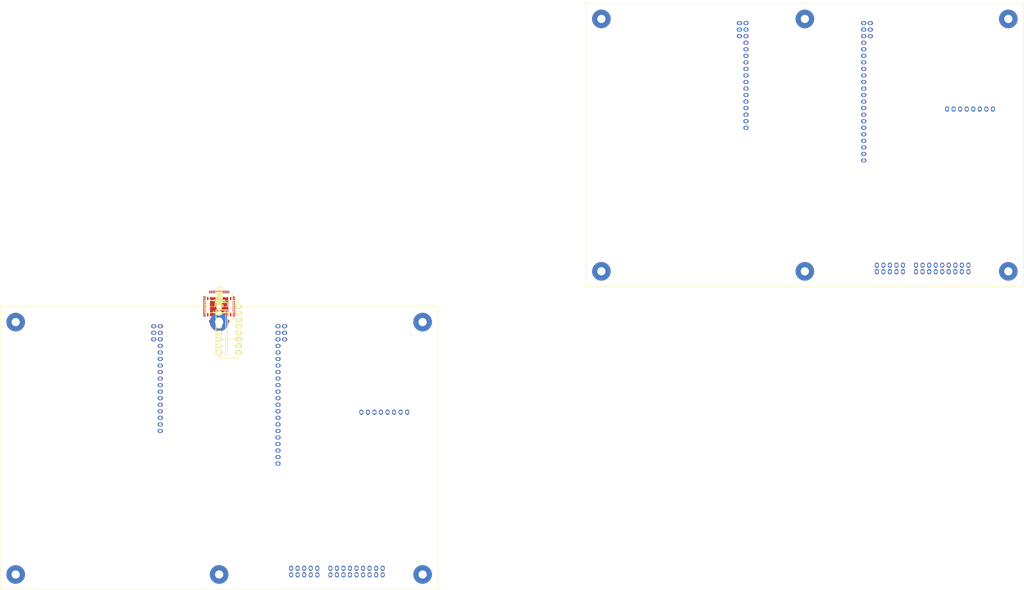
<source format=kicad_pcb>
(kicad_pcb (version 4) (host pcbnew 4.0.1-stable)
  (layers (0 F.Cu signal) (31 B.Cu signal) (34 B.Paste user) (35 F.Paste user) (36 B.SilkS user) (37 F.SilkS user) (38 B.Mask user) (39 F.Mask user) (44 Edge.Cuts user))
  (net 0 "")
  (net 1 "Net-(A1-PadID8)")
  (net 2 "Net-(A1-PadID7)")
  (net 3 "Net-(A1-PadID6)")
  (net 4 "Net-(A1-PadID5)")
  (net 5 "Net-(A1-PadID4)")
  (net 6 "Net-(A1-PadID3)")
  (net 7 "Net-(A1-PadID2)")
  (net 8 "Net-(A1-PadID1)")
  (net 9 +5V)
  (net 10 GNDA)
  (net 11 +3V3)
  (net 12 "Net-(A1-PadAREF)")
  (net 13 "Net-(A1-PadT23)")
  (net 14 "Net-(A1-PadT22)")
  (net 15 "Net-(A1-PadT21)")
  (net 16 "Net-(A1-PadT20)")
  (net 17 "Net-(A1-PadT17)")
  (net 18 "Net-(A1-PadT16)")
  (net 19 /Sheet_Brake_420ma/BRAKE2_MLP_3V)
  (net 20 /Sheet_Brake_420ma/BRAKE1_MLP_3V)
  (net 21 "Net-(A1-PadT13)")
  (net 22 "Net-(A1-PadA14)")
  (net 23 /Sheet_CoreA/CHA_DAC_NCNVT)
  (net 24 "Net-(A1-PadT33)")
  (net 25 /Sheet_CoreA/PUSH_INTLK_B)
  (net 26 /Sheet_Brake_Failsafe/PUSH_INTLK_A)
  (net 27 /Sheet_Accels/CHA_I2C_SDA)
  (net 28 /Sheet_Accels/CHA_I2C_SCL)
  (net 29 /Sheet_CoreA/CHA_WDT_PULSE)
  (net 30 /Sheet_CoreA/CHA_BRAKE2_STEP)
  (net 31 /Sheet_CoreA/CHA_BRAKE1_STEP)
  (net 32 /Sheet_CoreA/CHA_BRAKE2_DIR)
  (net 33 /Sheet_CoreA/CHA_BRAKE1_DIR)
  (net 34 /Sheet_CoreA/CHA_DAC_NRST)
  (net 35 "Net-(A1-PadT12)")
  (net 36 /Sheet_CoreA/CHA_DAC_NDATA_AVAIL)
  (net 37 /Sheet_CoreA/IB_RL_TX)
  (net 38 /Sheet_CoreA/IB_RL_RX_3V)
  (net 39 /Sheet_CoreA/IB_FR_TX)
  (net 40 /Sheet_CoreA/IB_FR_RX_3V)
  (net 41 /Sheet_AuxProp/CHA_AUXPROP_DIR)
  (net 42 /Sheet_Accels/CHA_ACCEL2_NINT)
  (net 43 /Sheet_Accels/CHA_ACCEL1_NINT)
  (net 44 /Sheet_CoreA/IB_FL_TX)
  (net 45 /Sheet_CoreA/IB_FL_RX_3V)
  (net 46 GNDD)
  (net 47 /Sheet_CoreA/CHA_NDSC_CLR_0)
  (net 48 /Sheet_CoreA/CHA_NDAC_CLR_1)
  (net 49 "Net-(A2-PadID8)")
  (net 50 "Net-(A2-PadID7)")
  (net 51 "Net-(A2-PadID6)")
  (net 52 "Net-(A2-PadID5)")
  (net 53 "Net-(A2-PadID4)")
  (net 54 "Net-(A2-PadID3)")
  (net 55 "Net-(A2-PadID2)")
  (net 56 "Net-(A2-PadID1)")
  (net 57 "Net-(A2-PadAREF)")
  (net 58 "Net-(A2-PadT23)")
  (net 59 "Net-(A2-PadT22)")
  (net 60 "Net-(A2-PadT21)")
  (net 61 "Net-(A2-PadT20)")
  (net 62 "Net-(A2-PadT17)")
  (net 63 "Net-(A2-PadT16)")
  (net 64 "Net-(A2-PadT13)")
  (net 65 "Net-(A2-PadA14)")
  (net 66 /Sheet_CoreB/CHB_DAC_NCNVT)
  (net 67 "Net-(A2-PadT33)")
  (net 68 /Sheet_Accels/CHB_I2C_SDA)
  (net 69 /Sheet_Accels/CHB_I2C_SCL)
  (net 70 /Sheet_CoreB/CHB_WDT_PULSE)
  (net 71 /Sheet_CoreB/CHB_BRAKE2_STEP)
  (net 72 /Sheet_CoreB/CHB_BRAKE1_STEP)
  (net 73 /Sheet_CoreB/CHB_BRAKE2_DIR)
  (net 74 /Sheet_CoreB/CHB_BRAKE1_DIR)
  (net 75 /Sheet_CoreB/CHB_DAC_NRST)
  (net 76 "Net-(A2-PadT12)")
  (net 77 /Sheet_CoreB/CHB_DAC_NDATA_AVAIL)
  (net 78 /Sheet_AuxProp/CHB_AUXPROP_DIR)
  (net 79 /Sheet_Accels/CHB_ACCEL2_NINT)
  (net 80 /Sheet_Accels/CHB_ACCEL1_NINT)
  (net 81 /Sheet_CoreB/CHB_NDSC_CLR_0)
  (net 82 /Sheet_CoreB/CHB_NDAC_CLR_1)
  (net 83 "Net-(C4-Pad1)")
  (net 84 "Net-(C4-Pad2)")
  (net 85 "Net-(C5-Pad1)")
  (net 86 "Net-(C5-Pad2)")
  (net 87 "Net-(C6-Pad1)")
  (net 88 "Net-(C6-Pad2)")
  (net 89 "Net-(C7-Pad1)")
  (net 90 "Net-(C7-Pad2)")
  (net 91 "Net-(C8-Pad2)")
  (net 92 "Net-(C9-Pad1)")
  (net 93 "Net-(C10-Pad2)")
  (net 94 "Net-(C11-Pad1)")
  (net 95 "Net-(C20-Pad1)")
  (net 96 "Net-(C21-Pad1)")
  (net 97 "Net-(C22-Pad1)")
  (net 98 "Net-(C23-Pad1)")
  (net 99 +5VA)
  (net 100 "Net-(C39-Pad1)")
  (net 101 "Net-(C46-Pad1)")
  (net 102 "Net-(D1-Pad1)")
  (net 103 "Net-(D2-Pad1)")
  (net 104 "Net-(D5-Pad3)")
  (net 105 "Net-(D6-Pad3)")
  (net 106 "Net-(D7-Pad3)")
  (net 107 "Net-(D8-Pad3)")
  (net 108 /Sheet_G210_Muxes/BRAKE1_DIR)
  (net 109 /Sheet_G210_Muxes/BRAKE1_STEP)
  (net 110 /Sheet_G210_Muxes/BRAKE2_DIR)
  (net 111 /Sheet_G210_Muxes/BRAKE2_STEP)
  (net 112 "Net-(P1-Pad7)")
  (net 113 "Net-(P1-Pad8)")
  (net 114 /Sheet_Throttle_Muxes/HE1_THROTTLE)
  (net 115 /Sheet_Throttle_Muxes/HE2_THROTTLE)
  (net 116 /Sheet_Throttle_Muxes/HE3_THROTTLE)
  (net 117 /Sheet_Throttle_Muxes/HE4_THROTTLE)
  (net 118 /Sheet_Throttle_Muxes/HE5_THROTTLE)
  (net 119 /Sheet_Throttle_Muxes/HE6_THROTTLE)
  (net 120 /Sheet_Throttle_Muxes/HE7_THROTTLE)
  (net 121 /Sheet_Throttle_Muxes/HE8_THROTTLE)
  (net 122 /Sheet_Pusher_Interlock/PSH_1_HIGH)
  (net 123 /Sheet_Pusher_Interlock/PSH_1_LOW)
  (net 124 "Net-(P4-Pad4)")
  (net 125 /Sheet_Pusher_Interlock/PSH_1_RETURN)
  (net 126 "Net-(P4-Pad6)")
  (net 127 "Net-(P4-Pad8)")
  (net 128 /Sheet_Pusher_Interlock/PSH_2_HIGH)
  (net 129 /Sheet_Pusher_Interlock/PSH_2_LOW)
  (net 130 "Net-(P5-Pad4)")
  (net 131 /Sheet_Pusher_Interlock/PSH_2_RETURN)
  (net 132 "Net-(P5-Pad6)")
  (net 133 "Net-(P5-Pad8)")
  (net 134 "Net-(P6-Pad1)")
  (net 135 "Net-(P6-Pad2)")
  (net 136 "Net-(P6-Pad3)")
  (net 137 "Net-(P6-Pad4)")
  (net 138 "Net-(P6-Pad5)")
  (net 139 "Net-(P6-Pad6)")
  (net 140 "Net-(P6-Pad7)")
  (net 141 "Net-(P6-Pad8)")
  (net 142 "Net-(P7-Pad1)")
  (net 143 "Net-(P7-Pad2)")
  (net 144 "Net-(P7-Pad3)")
  (net 145 "Net-(P7-Pad4)")
  (net 146 "Net-(P8-Pad1)")
  (net 147 "Net-(P8-Pad2)")
  (net 148 "Net-(P8-Pad3)")
  (net 149 "Net-(P8-Pad4)")
  (net 150 "Net-(P9-Pad1)")
  (net 151 "Net-(P9-Pad2)")
  (net 152 "Net-(P9-Pad3)")
  (net 153 "Net-(P9-Pad4)")
  (net 154 /Sheet_AuxProp/AP1_THROT_5V)
  (net 155 "Net-(P10-Pad2)")
  (net 156 "Net-(P10-Pad3)")
  (net 157 "Net-(P10-Pad4)")
  (net 158 "Net-(P10-Pad5)")
  (net 159 "Net-(P10-Pad6)")
  (net 160 "Net-(P10-Pad7)")
  (net 161 /Sheet_AuxProp/AP2_THROT_5V)
  (net 162 "Net-(P11-Pad2)")
  (net 163 "Net-(P11-Pad3)")
  (net 164 "Net-(P11-Pad4)")
  (net 165 "Net-(P11-Pad5)")
  (net 166 "Net-(P11-Pad6)")
  (net 167 "Net-(P11-Pad7)")
  (net 168 /Sheet_Brake_420ma/BRAKE_MLP1_420MA)
  (net 169 /Sheet_Brake_420ma/BRAKE_MLP2_420MA)
  (net 170 /Sheet_StepperTemp/BRAKE_T1_420MA)
  (net 171 /Sheet_StepperTemp/BRAKE_T2_420MA)
  (net 172 "Net-(P13-Pad5)")
  (net 173 "Net-(P13-Pad6)")
  (net 174 "Net-(P13-Pad7)")
  (net 175 "Net-(P13-Pad8)")
  (net 176 "Net-(R5-Pad1)")
  (net 177 "Net-(R6-Pad1)")
  (net 178 "Net-(R7-Pad2)")
  (net 179 "Net-(R8-Pad2)")
  (net 180 /Sheet_AuxProp/STEP_DIR_CTRL)
  (net 181 "Net-(R10-Pad2)")
  (net 182 "Net-(R11-Pad1)")
  (net 183 "Net-(R12-Pad1)")
  (net 184 "Net-(R13-Pad1)")
  (net 185 "Net-(R14-Pad1)")
  (net 186 "Net-(R16-Pad1)")
  (net 187 "Net-(RL1-Pad2)")
  (net 188 "Net-(RL1-Pad9)")
  (net 189 "Net-(U2-Pad3)")
  (net 190 /Sheet_DAC_A/A_HE4_THROTTLE)
  (net 191 /Sheet_DAC_B/B_HE4_THROTTLE)
  (net 192 /Sheet_DAC_A/A_HE3_THROTTLE)
  (net 193 /Sheet_DAC_B/B_HE3_THROTTLE)
  (net 194 "Net-(U2-Pad13)")
  (net 195 /Sheet_DAC_B/B_HE2_THROTTLE)
  (net 196 /Sheet_DAC_A/A_HE2_THROTTLE)
  (net 197 /Sheet_DAC_B/B_HE1_THROTTLE)
  (net 198 /Sheet_DAC_A/A_HE1_THROTTLE)
  (net 199 "Net-(U2-Pad23)")
  (net 200 "Net-(U3-Pad3)")
  (net 201 /Sheet_DAC_A/A_HE8_THROTTLE)
  (net 202 /Sheet_DAC_B/B_HE8_THROTTLE)
  (net 203 /Sheet_DAC_A/A_HE7_THROTTLE)
  (net 204 /Sheet_DAC_B/B_HE7_THROTTLE)
  (net 205 "Net-(U3-Pad13)")
  (net 206 /Sheet_DAC_B/B_HE6_THROTTLE)
  (net 207 /Sheet_DAC_A/A_HE6_THROTTLE)
  (net 208 /Sheet_DAC_B/B_HE5_THROTTLE)
  (net 209 /Sheet_DAC_A/A_HE5_THROTTLE)
  (net 210 "Net-(U3-Pad23)")
  (net 211 "Net-(U4-Pad9)")
  (net 212 "Net-(U5-Pad9)")
  (net 213 /Sheet_Brake_Failsafe/WDT_GOOD)
  (net 214 "Net-(U13-Pad4)")
  (net 215 "Net-(U14-Pad4)")
  (net 216 "Net-(U19-Pad3)")
  (net 217 "Net-(U19-Pad7)")
  (net 218 /Sheet_AuxProp/AUXPROP_DIR)
  (net 219 "Net-(U19-Pad13)")
  (net 220 /Sheet_AuxProp/B_AP2_THROTTLE)
  (net 221 /Sheet_AuxProp/A_AP2_THROTTLE)
  (net 222 /Sheet_AuxProp/B_AP1_THROTTLE)
  (net 223 /Sheet_AuxProp/A_AP1_THROTTLE)
  (net 224 "Net-(U19-Pad23)")
  (net 225 "Net-(U23-Pad1)")
  (net 226 "Net-(U23-Pad7)")
  (net 227 "Net-(U23-Pad8)")
  (net 228 "Net-(U23-Pad10)")
  (net 229 /Sheet_DAC_A/BRAKE1_TEMP)
  (net 230 "Net-(U24-Pad1)")
  (net 231 "Net-(U24-Pad7)")
  (net 232 "Net-(U24-Pad8)")
  (net 233 "Net-(U24-Pad10)")
  (net 234 /Sheet_DAC_A/BRAKE2_TEMP)
  (net 235 "Net-(U25-Pad13)")
  (net 236 "Net-(U25-Pad14)")
  (net 237 "Net-(U25-Pad15)")
  (net 238 "Net-(U25-Pad16)")
  (net 239 "Net-(U25-Pad21)")
  (net 240 "Net-(U25-Pad23)")
  (net 241 "Net-(U25-Pad27)")
  (net 242 "Net-(U25-Pad28)")
  (net 243 "Net-(U25-Pad29)")
  (net 244 "Net-(U25-Pad30)")
  (net 245 "Net-(U25-Pad35)")
  (net 246 "Net-(U25-Pad36)")
  (net 247 "Net-(U25-Pad37)")
  (net 248 "Net-(U25-Pad38)")
  (net 249 "Net-(U25-Pad39)")
  (net 250 "Net-(U25-Pad40)")
  (net 251 "Net-(U25-Pad41)")
  (net 252 "Net-(U25-Pad42)")
  (net 253 "Net-(U25-Pad43)")
  (net 254 "Net-(U25-Pad44)")
  (net 255 "Net-(U25-Pad45)")
  (net 256 "Net-(U25-Pad46)")
  (net 257 "Net-(U25-Pad47)")
  (net 258 "Net-(U25-Pad48)")
  (net 259 "Net-(U25-Pad57)")
  (net 260 "Net-(U25-Pad60)")
  (net 261 "Net-(U25-Pad61)")
  (net 262 "Net-(U25-Pad62)")
  (net 263 "Net-(U26-Pad13)")
  (net 264 "Net-(U26-Pad14)")
  (net 265 "Net-(U26-Pad15)")
  (net 266 "Net-(U26-Pad16)")
  (net 267 "Net-(U26-Pad21)")
  (net 268 "Net-(U26-Pad23)")
  (net 269 "Net-(U26-Pad27)")
  (net 270 "Net-(U26-Pad28)")
  (net 271 "Net-(U26-Pad29)")
  (net 272 "Net-(U26-Pad30)")
  (net 273 "Net-(U26-Pad35)")
  (net 274 "Net-(U26-Pad36)")
  (net 275 "Net-(U26-Pad37)")
  (net 276 "Net-(U26-Pad38)")
  (net 277 "Net-(U26-Pad39)")
  (net 278 "Net-(U26-Pad40)")
  (net 279 "Net-(U26-Pad41)")
  (net 280 "Net-(U26-Pad42)")
  (net 281 "Net-(U26-Pad43)")
  (net 282 "Net-(U26-Pad44)")
  (net 283 "Net-(U26-Pad45)")
  (net 284 "Net-(U26-Pad46)")
  (net 285 "Net-(U26-Pad47)")
  (net 286 "Net-(U26-Pad48)")
  (net 287 "Net-(U26-Pad57)")
  (net 288 "Net-(U26-Pad60)")
  (net 289 "Net-(U26-Pad61)")
  (net 290 "Net-(U26-Pad62)")
  (module footprints:NODECORE (layer F.Cu) (at 375.92 -12.7)
    (fp_text reference A1 hide)
    (fp_text value NODE_CORE_CONNECTOR)
    (pad M1 thru_hole circle (at -79 6) (size 7.2 7.2) (drill 3.2) (layers *.Cu *.Mask))
    (pad M2 thru_hole circle (at 79 6) (size 7.2 7.2) (drill 3.2) (layers *.Cu *.Mask))
    (pad M3 thru_hole circle (at -79 104) (size 7.2 7.2) (drill 3.2) (layers *.Cu *.Mask))
    (pad M4 thru_hole circle (at 79 104) (size 7.2 7.2) (drill 3.2) (layers *.Cu *.Mask))
    (pad M5 thru_hole circle (at 0 6) (size 7.2 7.2) (drill 3.2) (layers *.Cu *.Mask))
    (pad M6 thru_hole circle (at 0 104) (size 7.2 7.2) (drill 3.2) (layers *.Cu *.Mask))
    (pad ID8 thru_hole oval (at 73 41) (size 1.524 2.032) (drill 1.016) (layers *.Cu *.Mask) (net 1 "Net-(A1-PadID8)"))
    (pad ID7 thru_hole oval (at 70.46 41) (size 1.524 2.032) (drill 1.016) (layers *.Cu *.Mask) (net 2 "Net-(A1-PadID7)"))
    (pad ID6 thru_hole oval (at 67.92 41) (size 1.524 2.032) (drill 1.016) (layers *.Cu *.Mask) (net 3 "Net-(A1-PadID6)"))
    (pad ID5 thru_hole oval (at 65.38 41) (size 1.524 2.032) (drill 1.016) (layers *.Cu *.Mask) (net 4 "Net-(A1-PadID5)"))
    (pad ID4 thru_hole oval (at 62.84 41) (size 1.524 2.032) (drill 1.016) (layers *.Cu *.Mask) (net 5 "Net-(A1-PadID4)"))
    (pad ID3 thru_hole oval (at 60.3 41) (size 1.524 2.032) (drill 1.016) (layers *.Cu *.Mask) (net 6 "Net-(A1-PadID3)"))
    (pad ID2 thru_hole oval (at 57.76 41) (size 1.524 2.032) (drill 1.016) (layers *.Cu *.Mask) (net 7 "Net-(A1-PadID2)"))
    (pad ID1 thru_hole oval (at 55.22 41) (size 1.524 2.032) (drill 1.016) (layers *.Cu *.Mask) (net 8 "Net-(A1-PadID1)"))
    (pad +5V thru_hole oval (at 22.86 7.62) (size 2.032 1.524) (drill 1.016) (layers *.Cu *.Mask) (net 9 +5V))
    (pad AGND thru_hole oval (at 22.86 10.16) (size 2.032 1.524) (drill 1.016) (layers *.Cu *.Mask) (net 10 GNDA))
    (pad +3V3 thru_hole oval (at 22.86 12.7) (size 2.032 1.524) (drill 1.016) (layers *.Cu *.Mask) (net 11 +3V3))
    (pad AREF thru_hole oval (at 22.86 15.24) (size 2.032 1.524) (drill 1.016) (layers *.Cu *.Mask) (net 12 "Net-(A1-PadAREF)"))
    (pad T23 thru_hole oval (at 22.86 17.78) (size 2.032 1.524) (drill 1.016) (layers *.Cu *.Mask) (net 13 "Net-(A1-PadT23)"))
    (pad T22 thru_hole oval (at 22.86 20.32) (size 2.032 1.524) (drill 1.016) (layers *.Cu *.Mask) (net 14 "Net-(A1-PadT22)"))
    (pad T21 thru_hole oval (at 22.86 22.86) (size 2.032 1.524) (drill 1.016) (layers *.Cu *.Mask) (net 15 "Net-(A1-PadT21)"))
    (pad T20 thru_hole oval (at 22.86 25.4) (size 2.032 1.524) (drill 1.016) (layers *.Cu *.Mask) (net 16 "Net-(A1-PadT20)"))
    (pad T17 thru_hole oval (at 22.86 33.02) (size 2.032 1.524) (drill 1.016) (layers *.Cu *.Mask) (net 17 "Net-(A1-PadT17)"))
    (pad T16 thru_hole oval (at 22.86 35.56) (size 2.032 1.524) (drill 1.016) (layers *.Cu *.Mask) (net 18 "Net-(A1-PadT16)"))
    (pad T15 thru_hole oval (at 22.86 38.1) (size 2.032 1.524) (drill 1.016) (layers *.Cu *.Mask) (net 19 /Sheet_Brake_420ma/BRAKE2_MLP_3V))
    (pad T14 thru_hole oval (at 22.86 40.64) (size 2.032 1.524) (drill 1.016) (layers *.Cu *.Mask) (net 20 /Sheet_Brake_420ma/BRAKE1_MLP_3V))
    (pad T13 thru_hole oval (at 22.86 43.18) (size 2.032 1.524) (drill 1.016) (layers *.Cu *.Mask) (net 21 "Net-(A1-PadT13)"))
    (pad A14 thru_hole oval (at 22.86 45.72) (size 2.032 1.524) (drill 1.016) (layers *.Cu *.Mask) (net 22 "Net-(A1-PadA14)"))
    (pad A13 thru_hole oval (at 22.86 48.26) (size 2.032 1.524) (drill 1.016) (layers *.Cu *.Mask) (net 23 /Sheet_CoreA/CHA_DAC_NCNVT))
    (pad T33 thru_hole oval (at 22.86 50.8) (size 2.032 1.524) (drill 1.016) (layers *.Cu *.Mask) (net 24 "Net-(A1-PadT33)"))
    (pad T32 thru_hole oval (at 22.86 53.34) (size 2.032 1.524) (drill 1.016) (layers *.Cu *.Mask) (net 25 /Sheet_CoreA/PUSH_INTLK_B))
    (pad T31 thru_hole oval (at 22.86 55.88) (size 2.032 1.524) (drill 1.016) (layers *.Cu *.Mask) (net 26 /Sheet_Brake_Failsafe/PUSH_INTLK_A))
    (pad T30 thru_hole oval (at 22.86 58.42) (size 2.032 1.524) (drill 1.016) (layers *.Cu *.Mask) (net 27 /Sheet_Accels/CHA_I2C_SDA))
    (pad T29 thru_hole oval (at 22.86 60.96) (size 2.032 1.524) (drill 1.016) (layers *.Cu *.Mask) (net 28 /Sheet_Accels/CHA_I2C_SCL))
    (pad T28 thru_hole oval (at -22.86 48.26) (size 2.032 1.524) (drill 1.016) (layers *.Cu *.Mask) (net 29 /Sheet_CoreA/CHA_WDT_PULSE))
    (pad T27 thru_hole oval (at -22.86 45.72) (size 2.032 1.524) (drill 1.016) (layers *.Cu *.Mask) (net 30 /Sheet_CoreA/CHA_BRAKE2_STEP))
    (pad T25 thru_hole oval (at -22.86 40.64) (size 2.032 1.524) (drill 1.016) (layers *.Cu *.Mask) (net 31 /Sheet_CoreA/CHA_BRAKE1_STEP))
    (pad T26 thru_hole oval (at -22.86 43.18) (size 2.032 1.524) (drill 1.016) (layers *.Cu *.Mask) (net 32 /Sheet_CoreA/CHA_BRAKE2_DIR))
    (pad T24 thru_hole oval (at -22.86 38.1) (size 2.032 1.524) (drill 1.016) (layers *.Cu *.Mask) (net 33 /Sheet_CoreA/CHA_BRAKE1_DIR))
    (pad A12 thru_hole oval (at -22.86 35.56) (size 2.032 1.524) (drill 1.016) (layers *.Cu *.Mask) (net 34 /Sheet_CoreA/CHA_DAC_NRST))
    (pad T12 thru_hole oval (at -22.86 33.02) (size 2.032 1.524) (drill 1.016) (layers *.Cu *.Mask) (net 35 "Net-(A1-PadT12)"))
    (pad T11 thru_hole oval (at -22.86 30.48) (size 2.032 1.524) (drill 1.016) (layers *.Cu *.Mask) (net 36 /Sheet_CoreA/CHA_DAC_NDATA_AVAIL))
    (pad T10 thru_hole oval (at -22.86 27.94) (size 2.032 1.524) (drill 1.016) (layers *.Cu *.Mask) (net 37 /Sheet_CoreA/IB_RL_TX))
    (pad T9 thru_hole oval (at -22.86 25.4) (size 2.032 1.524) (drill 1.016) (layers *.Cu *.Mask) (net 38 /Sheet_CoreA/IB_RL_RX_3V))
    (pad T8 thru_hole oval (at -22.86 22.86) (size 2.032 1.524) (drill 1.016) (layers *.Cu *.Mask) (net 39 /Sheet_CoreA/IB_FR_TX))
    (pad T7 thru_hole oval (at -22.86 20.32) (size 2.032 1.524) (drill 1.016) (layers *.Cu *.Mask) (net 40 /Sheet_CoreA/IB_FR_RX_3V))
    (pad T6 thru_hole oval (at -22.86 17.78) (size 2.032 1.524) (drill 1.016) (layers *.Cu *.Mask) (net 41 /Sheet_AuxProp/CHA_AUXPROP_DIR))
    (pad T5 thru_hole oval (at -22.86 15.24) (size 2.032 1.524) (drill 1.016) (layers *.Cu *.Mask) (net 42 /Sheet_Accels/CHA_ACCEL2_NINT))
    (pad T2 thru_hole oval (at -22.86 12.7) (size 2.032 1.524) (drill 1.016) (layers *.Cu *.Mask) (net 43 /Sheet_Accels/CHA_ACCEL1_NINT))
    (pad T1 thru_hole oval (at -22.86 10.16) (size 2.032 1.524) (drill 1.016) (layers *.Cu *.Mask) (net 44 /Sheet_CoreA/IB_FL_TX))
    (pad T0 thru_hole oval (at -22.86 7.62) (size 2.032 1.524) (drill 1.016) (layers *.Cu *.Mask) (net 45 /Sheet_CoreA/IB_FL_RX_3V))
    (pad GND thru_hole oval (at 27.94 104.14) (size 1.524 2.032) (drill 1.016) (layers *.Cu *.Mask) (net 46 GNDD))
    (pad +24V thru_hole oval (at 30.48 104.14) (size 1.524 2.032) (drill 1.016) (layers *.Cu *.Mask) (net 9 +5V))
    (pad GND thru_hole oval (at 33.02 104.14) (size 1.524 2.032) (drill 1.016) (layers *.Cu *.Mask) (net 46 GNDD))
    (pad +24V thru_hole oval (at 35.56 104.14) (size 1.524 2.032) (drill 1.016) (layers *.Cu *.Mask) (net 9 +5V))
    (pad GND thru_hole oval (at 38.1 104.14) (size 1.524 2.032) (drill 1.016) (layers *.Cu *.Mask) (net 46 GNDD))
    (pad +5V thru_hole oval (at 45.72 104.14) (size 1.524 2.032) (drill 1.016) (layers *.Cu *.Mask) (net 9 +5V))
    (pad GND thru_hole oval (at 48.26 104.14) (size 1.524 2.032) (drill 1.016) (layers *.Cu *.Mask) (net 46 GNDD))
    (pad +5V thru_hole oval (at 50.8 104.14) (size 1.524 2.032) (drill 1.016) (layers *.Cu *.Mask) (net 9 +5V))
    (pad GND thru_hole oval (at 53.34 104.14) (size 1.524 2.032) (drill 1.016) (layers *.Cu *.Mask) (net 46 GNDD))
    (pad +3V3 thru_hole oval (at 55.88 104.14) (size 1.524 2.032) (drill 1.016) (layers *.Cu *.Mask) (net 11 +3V3))
    (pad GND thru_hole oval (at 58.42 104.14) (size 1.524 2.032) (drill 1.016) (layers *.Cu *.Mask) (net 46 GNDD))
    (pad +3V3 thru_hole oval (at 60.96 104.14) (size 1.524 2.032) (drill 1.016) (layers *.Cu *.Mask) (net 11 +3V3))
    (pad GND thru_hole oval (at 63.5 104.14) (size 1.524 2.032) (drill 1.016) (layers *.Cu *.Mask) (net 46 GNDD))
    (pad GND thru_hole oval (at 25.4 7.62) (size 2.032 1.524) (drill 1.016) (layers *.Cu *.Mask) (net 46 GNDD))
    (pad GND thru_hole oval (at 25.4 10.16) (size 2.032 1.524) (drill 1.016) (layers *.Cu *.Mask) (net 46 GNDD))
    (pad GND thru_hole oval (at 25.4 12.7) (size 2.032 1.524) (drill 1.016) (layers *.Cu *.Mask) (net 46 GNDD))
    (pad GND thru_hole oval (at -25.4 7.62) (size 2.032 1.524) (drill 1.016) (layers *.Cu *.Mask) (net 46 GNDD))
    (pad GND thru_hole oval (at -25.4 10.16) (size 2.032 1.524) (drill 1.016) (layers *.Cu *.Mask) (net 46 GNDD))
    (pad GND thru_hole oval (at -25.4 12.7) (size 2.032 1.524) (drill 1.016) (layers *.Cu *.Mask) (net 46 GNDD))
    (pad GND thru_hole oval (at 27.94 101.6) (size 1.524 2.032) (drill 1.016) (layers *.Cu *.Mask) (net 46 GNDD))
    (pad +24V thru_hole oval (at 30.48 101.6) (size 1.524 2.032) (drill 1.016) (layers *.Cu *.Mask) (net 9 +5V))
    (pad GND thru_hole oval (at 33.02 101.6) (size 1.524 2.032) (drill 1.016) (layers *.Cu *.Mask) (net 46 GNDD))
    (pad +24V thru_hole oval (at 35.56 101.6) (size 1.524 2.032) (drill 1.016) (layers *.Cu *.Mask) (net 9 +5V))
    (pad GND thru_hole oval (at 38.1 101.6) (size 1.524 2.032) (drill 1.016) (layers *.Cu *.Mask) (net 46 GNDD))
    (pad +5V thru_hole oval (at 45.72 101.6) (size 1.524 2.032) (drill 1.016) (layers *.Cu *.Mask) (net 9 +5V))
    (pad GND thru_hole oval (at 48.26 101.6) (size 1.524 2.032) (drill 1.016) (layers *.Cu *.Mask) (net 46 GNDD))
    (pad +5V thru_hole oval (at 50.8 101.6) (size 1.524 2.032) (drill 1.016) (layers *.Cu *.Mask) (net 9 +5V))
    (pad GND thru_hole oval (at 53.34 101.6) (size 1.524 2.032) (drill 1.016) (layers *.Cu *.Mask) (net 46 GNDD))
    (pad +3V3 thru_hole oval (at 55.88 101.6) (size 1.524 2.032) (drill 1.016) (layers *.Cu *.Mask) (net 11 +3V3))
    (pad GND thru_hole oval (at 58.42 101.6) (size 1.524 2.032) (drill 1.016) (layers *.Cu *.Mask) (net 46 GNDD))
    (pad +3V3 thru_hole oval (at 60.96 101.6) (size 1.524 2.032) (drill 1.016) (layers *.Cu *.Mask) (net 11 +3V3))
    (pad GND thru_hole oval (at 63.5 101.6) (size 1.524 2.032) (drill 1.016) (layers *.Cu *.Mask) (net 46 GNDD))
    (pad GND thru_hole oval (at 43.18 104.14) (size 1.524 2.032) (drill 1.016) (layers *.Cu *.Mask) (net 46 GNDD))
    (pad GND thru_hole oval (at 43.18 101.6) (size 1.524 2.032) (drill 1.016) (layers *.Cu *.Mask) (net 46 GNDD))
    (pad A10 thru_hole oval (at 22.86 27.94) (size 2.032 1.524) (drill 1.016) (layers *.Cu *.Mask) (net 47 /Sheet_CoreA/CHA_NDSC_CLR_0))
    (pad A11 thru_hole oval (at 22.86 30.48) (size 2.032 1.524) (drill 1.016) (layers *.Cu *.Mask) (net 48 /Sheet_CoreA/CHA_NDAC_CLR_1))
  )
  (module footprints:NODECORE (layer F.Cu) (at 148.5011 105.0036)
    (fp_text reference A2 hide)
    (fp_text value NODE_CORE_CONNECTOR)
    (pad M1 thru_hole circle (at -79 6) (size 7.2 7.2) (drill 3.2) (layers *.Cu *.Mask))
    (pad M2 thru_hole circle (at 79 6) (size 7.2 7.2) (drill 3.2) (layers *.Cu *.Mask))
    (pad M3 thru_hole circle (at -79 104) (size 7.2 7.2) (drill 3.2) (layers *.Cu *.Mask))
    (pad M4 thru_hole circle (at 79 104) (size 7.2 7.2) (drill 3.2) (layers *.Cu *.Mask))
    (pad M5 thru_hole circle (at 0 6) (size 7.2 7.2) (drill 3.2) (layers *.Cu *.Mask))
    (pad M6 thru_hole circle (at 0 104) (size 7.2 7.2) (drill 3.2) (layers *.Cu *.Mask))
    (pad ID8 thru_hole oval (at 73 41) (size 1.524 2.032) (drill 1.016) (layers *.Cu *.Mask) (net 49 "Net-(A2-PadID8)"))
    (pad ID7 thru_hole oval (at 70.46 41) (size 1.524 2.032) (drill 1.016) (layers *.Cu *.Mask) (net 50 "Net-(A2-PadID7)"))
    (pad ID6 thru_hole oval (at 67.92 41) (size 1.524 2.032) (drill 1.016) (layers *.Cu *.Mask) (net 51 "Net-(A2-PadID6)"))
    (pad ID5 thru_hole oval (at 65.38 41) (size 1.524 2.032) (drill 1.016) (layers *.Cu *.Mask) (net 52 "Net-(A2-PadID5)"))
    (pad ID4 thru_hole oval (at 62.84 41) (size 1.524 2.032) (drill 1.016) (layers *.Cu *.Mask) (net 53 "Net-(A2-PadID4)"))
    (pad ID3 thru_hole oval (at 60.3 41) (size 1.524 2.032) (drill 1.016) (layers *.Cu *.Mask) (net 54 "Net-(A2-PadID3)"))
    (pad ID2 thru_hole oval (at 57.76 41) (size 1.524 2.032) (drill 1.016) (layers *.Cu *.Mask) (net 55 "Net-(A2-PadID2)"))
    (pad ID1 thru_hole oval (at 55.22 41) (size 1.524 2.032) (drill 1.016) (layers *.Cu *.Mask) (net 56 "Net-(A2-PadID1)"))
    (pad +5V thru_hole oval (at 22.86 7.62) (size 2.032 1.524) (drill 1.016) (layers *.Cu *.Mask) (net 9 +5V))
    (pad AGND thru_hole oval (at 22.86 10.16) (size 2.032 1.524) (drill 1.016) (layers *.Cu *.Mask) (net 10 GNDA))
    (pad +3V3 thru_hole oval (at 22.86 12.7) (size 2.032 1.524) (drill 1.016) (layers *.Cu *.Mask) (net 11 +3V3))
    (pad AREF thru_hole oval (at 22.86 15.24) (size 2.032 1.524) (drill 1.016) (layers *.Cu *.Mask) (net 57 "Net-(A2-PadAREF)"))
    (pad T23 thru_hole oval (at 22.86 17.78) (size 2.032 1.524) (drill 1.016) (layers *.Cu *.Mask) (net 58 "Net-(A2-PadT23)"))
    (pad T22 thru_hole oval (at 22.86 20.32) (size 2.032 1.524) (drill 1.016) (layers *.Cu *.Mask) (net 59 "Net-(A2-PadT22)"))
    (pad T21 thru_hole oval (at 22.86 22.86) (size 2.032 1.524) (drill 1.016) (layers *.Cu *.Mask) (net 60 "Net-(A2-PadT21)"))
    (pad T20 thru_hole oval (at 22.86 25.4) (size 2.032 1.524) (drill 1.016) (layers *.Cu *.Mask) (net 61 "Net-(A2-PadT20)"))
    (pad T17 thru_hole oval (at 22.86 33.02) (size 2.032 1.524) (drill 1.016) (layers *.Cu *.Mask) (net 62 "Net-(A2-PadT17)"))
    (pad T16 thru_hole oval (at 22.86 35.56) (size 2.032 1.524) (drill 1.016) (layers *.Cu *.Mask) (net 63 "Net-(A2-PadT16)"))
    (pad T15 thru_hole oval (at 22.86 38.1) (size 2.032 1.524) (drill 1.016) (layers *.Cu *.Mask) (net 19 /Sheet_Brake_420ma/BRAKE2_MLP_3V))
    (pad T14 thru_hole oval (at 22.86 40.64) (size 2.032 1.524) (drill 1.016) (layers *.Cu *.Mask) (net 20 /Sheet_Brake_420ma/BRAKE1_MLP_3V))
    (pad T13 thru_hole oval (at 22.86 43.18) (size 2.032 1.524) (drill 1.016) (layers *.Cu *.Mask) (net 64 "Net-(A2-PadT13)"))
    (pad A14 thru_hole oval (at 22.86 45.72) (size 2.032 1.524) (drill 1.016) (layers *.Cu *.Mask) (net 65 "Net-(A2-PadA14)"))
    (pad A13 thru_hole oval (at 22.86 48.26) (size 2.032 1.524) (drill 1.016) (layers *.Cu *.Mask) (net 66 /Sheet_CoreB/CHB_DAC_NCNVT))
    (pad T33 thru_hole oval (at 22.86 50.8) (size 2.032 1.524) (drill 1.016) (layers *.Cu *.Mask) (net 67 "Net-(A2-PadT33)"))
    (pad T32 thru_hole oval (at 22.86 53.34) (size 2.032 1.524) (drill 1.016) (layers *.Cu *.Mask) (net 25 /Sheet_CoreA/PUSH_INTLK_B))
    (pad T31 thru_hole oval (at 22.86 55.88) (size 2.032 1.524) (drill 1.016) (layers *.Cu *.Mask) (net 26 /Sheet_Brake_Failsafe/PUSH_INTLK_A))
    (pad T30 thru_hole oval (at 22.86 58.42) (size 2.032 1.524) (drill 1.016) (layers *.Cu *.Mask) (net 68 /Sheet_Accels/CHB_I2C_SDA))
    (pad T29 thru_hole oval (at 22.86 60.96) (size 2.032 1.524) (drill 1.016) (layers *.Cu *.Mask) (net 69 /Sheet_Accels/CHB_I2C_SCL))
    (pad T28 thru_hole oval (at -22.86 48.26) (size 2.032 1.524) (drill 1.016) (layers *.Cu *.Mask) (net 70 /Sheet_CoreB/CHB_WDT_PULSE))
    (pad T27 thru_hole oval (at -22.86 45.72) (size 2.032 1.524) (drill 1.016) (layers *.Cu *.Mask) (net 71 /Sheet_CoreB/CHB_BRAKE2_STEP))
    (pad T25 thru_hole oval (at -22.86 40.64) (size 2.032 1.524) (drill 1.016) (layers *.Cu *.Mask) (net 72 /Sheet_CoreB/CHB_BRAKE1_STEP))
    (pad T26 thru_hole oval (at -22.86 43.18) (size 2.032 1.524) (drill 1.016) (layers *.Cu *.Mask) (net 73 /Sheet_CoreB/CHB_BRAKE2_DIR))
    (pad T24 thru_hole oval (at -22.86 38.1) (size 2.032 1.524) (drill 1.016) (layers *.Cu *.Mask) (net 74 /Sheet_CoreB/CHB_BRAKE1_DIR))
    (pad A12 thru_hole oval (at -22.86 35.56) (size 2.032 1.524) (drill 1.016) (layers *.Cu *.Mask) (net 75 /Sheet_CoreB/CHB_DAC_NRST))
    (pad T12 thru_hole oval (at -22.86 33.02) (size 2.032 1.524) (drill 1.016) (layers *.Cu *.Mask) (net 76 "Net-(A2-PadT12)"))
    (pad T11 thru_hole oval (at -22.86 30.48) (size 2.032 1.524) (drill 1.016) (layers *.Cu *.Mask) (net 77 /Sheet_CoreB/CHB_DAC_NDATA_AVAIL))
    (pad T10 thru_hole oval (at -22.86 27.94) (size 2.032 1.524) (drill 1.016) (layers *.Cu *.Mask) (net 37 /Sheet_CoreA/IB_RL_TX))
    (pad T9 thru_hole oval (at -22.86 25.4) (size 2.032 1.524) (drill 1.016) (layers *.Cu *.Mask) (net 38 /Sheet_CoreA/IB_RL_RX_3V))
    (pad T8 thru_hole oval (at -22.86 22.86) (size 2.032 1.524) (drill 1.016) (layers *.Cu *.Mask) (net 39 /Sheet_CoreA/IB_FR_TX))
    (pad T7 thru_hole oval (at -22.86 20.32) (size 2.032 1.524) (drill 1.016) (layers *.Cu *.Mask) (net 40 /Sheet_CoreA/IB_FR_RX_3V))
    (pad T6 thru_hole oval (at -22.86 17.78) (size 2.032 1.524) (drill 1.016) (layers *.Cu *.Mask) (net 78 /Sheet_AuxProp/CHB_AUXPROP_DIR))
    (pad T5 thru_hole oval (at -22.86 15.24) (size 2.032 1.524) (drill 1.016) (layers *.Cu *.Mask) (net 79 /Sheet_Accels/CHB_ACCEL2_NINT))
    (pad T2 thru_hole oval (at -22.86 12.7) (size 2.032 1.524) (drill 1.016) (layers *.Cu *.Mask) (net 80 /Sheet_Accels/CHB_ACCEL1_NINT))
    (pad T1 thru_hole oval (at -22.86 10.16) (size 2.032 1.524) (drill 1.016) (layers *.Cu *.Mask) (net 44 /Sheet_CoreA/IB_FL_TX))
    (pad T0 thru_hole oval (at -22.86 7.62) (size 2.032 1.524) (drill 1.016) (layers *.Cu *.Mask) (net 45 /Sheet_CoreA/IB_FL_RX_3V))
    (pad GND thru_hole oval (at 27.94 104.14) (size 1.524 2.032) (drill 1.016) (layers *.Cu *.Mask) (net 46 GNDD))
    (pad +24V thru_hole oval (at 30.48 104.14) (size 1.524 2.032) (drill 1.016) (layers *.Cu *.Mask) (net 9 +5V))
    (pad GND thru_hole oval (at 33.02 104.14) (size 1.524 2.032) (drill 1.016) (layers *.Cu *.Mask) (net 46 GNDD))
    (pad +24V thru_hole oval (at 35.56 104.14) (size 1.524 2.032) (drill 1.016) (layers *.Cu *.Mask) (net 9 +5V))
    (pad GND thru_hole oval (at 38.1 104.14) (size 1.524 2.032) (drill 1.016) (layers *.Cu *.Mask) (net 46 GNDD))
    (pad +5V thru_hole oval (at 45.72 104.14) (size 1.524 2.032) (drill 1.016) (layers *.Cu *.Mask) (net 9 +5V))
    (pad GND thru_hole oval (at 48.26 104.14) (size 1.524 2.032) (drill 1.016) (layers *.Cu *.Mask) (net 46 GNDD))
    (pad +5V thru_hole oval (at 50.8 104.14) (size 1.524 2.032) (drill 1.016) (layers *.Cu *.Mask) (net 9 +5V))
    (pad GND thru_hole oval (at 53.34 104.14) (size 1.524 2.032) (drill 1.016) (layers *.Cu *.Mask) (net 46 GNDD))
    (pad +3V3 thru_hole oval (at 55.88 104.14) (size 1.524 2.032) (drill 1.016) (layers *.Cu *.Mask) (net 11 +3V3))
    (pad GND thru_hole oval (at 58.42 104.14) (size 1.524 2.032) (drill 1.016) (layers *.Cu *.Mask) (net 46 GNDD))
    (pad +3V3 thru_hole oval (at 60.96 104.14) (size 1.524 2.032) (drill 1.016) (layers *.Cu *.Mask) (net 11 +3V3))
    (pad GND thru_hole oval (at 63.5 104.14) (size 1.524 2.032) (drill 1.016) (layers *.Cu *.Mask) (net 46 GNDD))
    (pad GND thru_hole oval (at 25.4 7.62) (size 2.032 1.524) (drill 1.016) (layers *.Cu *.Mask) (net 46 GNDD))
    (pad GND thru_hole oval (at 25.4 10.16) (size 2.032 1.524) (drill 1.016) (layers *.Cu *.Mask) (net 46 GNDD))
    (pad GND thru_hole oval (at 25.4 12.7) (size 2.032 1.524) (drill 1.016) (layers *.Cu *.Mask) (net 46 GNDD))
    (pad GND thru_hole oval (at -25.4 7.62) (size 2.032 1.524) (drill 1.016) (layers *.Cu *.Mask) (net 46 GNDD))
    (pad GND thru_hole oval (at -25.4 10.16) (size 2.032 1.524) (drill 1.016) (layers *.Cu *.Mask) (net 46 GNDD))
    (pad GND thru_hole oval (at -25.4 12.7) (size 2.032 1.524) (drill 1.016) (layers *.Cu *.Mask) (net 46 GNDD))
    (pad GND thru_hole oval (at 27.94 101.6) (size 1.524 2.032) (drill 1.016) (layers *.Cu *.Mask) (net 46 GNDD))
    (pad +24V thru_hole oval (at 30.48 101.6) (size 1.524 2.032) (drill 1.016) (layers *.Cu *.Mask) (net 9 +5V))
    (pad GND thru_hole oval (at 33.02 101.6) (size 1.524 2.032) (drill 1.016) (layers *.Cu *.Mask) (net 46 GNDD))
    (pad +24V thru_hole oval (at 35.56 101.6) (size 1.524 2.032) (drill 1.016) (layers *.Cu *.Mask) (net 9 +5V))
    (pad GND thru_hole oval (at 38.1 101.6) (size 1.524 2.032) (drill 1.016) (layers *.Cu *.Mask) (net 46 GNDD))
    (pad +5V thru_hole oval (at 45.72 101.6) (size 1.524 2.032) (drill 1.016) (layers *.Cu *.Mask) (net 9 +5V))
    (pad GND thru_hole oval (at 48.26 101.6) (size 1.524 2.032) (drill 1.016) (layers *.Cu *.Mask) (net 46 GNDD))
    (pad +5V thru_hole oval (at 50.8 101.6) (size 1.524 2.032) (drill 1.016) (layers *.Cu *.Mask) (net 9 +5V))
    (pad GND thru_hole oval (at 53.34 101.6) (size 1.524 2.032) (drill 1.016) (layers *.Cu *.Mask) (net 46 GNDD))
    (pad +3V3 thru_hole oval (at 55.88 101.6) (size 1.524 2.032) (drill 1.016) (layers *.Cu *.Mask) (net 11 +3V3))
    (pad GND thru_hole oval (at 58.42 101.6) (size 1.524 2.032) (drill 1.016) (layers *.Cu *.Mask) (net 46 GNDD))
    (pad +3V3 thru_hole oval (at 60.96 101.6) (size 1.524 2.032) (drill 1.016) (layers *.Cu *.Mask) (net 11 +3V3))
    (pad GND thru_hole oval (at 63.5 101.6) (size 1.524 2.032) (drill 1.016) (layers *.Cu *.Mask) (net 46 GNDD))
    (pad GND thru_hole oval (at 43.18 104.14) (size 1.524 2.032) (drill 1.016) (layers *.Cu *.Mask) (net 46 GNDD))
    (pad GND thru_hole oval (at 43.18 101.6) (size 1.524 2.032) (drill 1.016) (layers *.Cu *.Mask) (net 46 GNDD))
    (pad A10 thru_hole oval (at 22.86 27.94) (size 2.032 1.524) (drill 1.016) (layers *.Cu *.Mask) (net 81 /Sheet_CoreB/CHB_NDSC_CLR_0))
    (pad A11 thru_hole oval (at 22.86 30.48) (size 2.032 1.524) (drill 1.016) (layers *.Cu *.Mask) (net 82 /Sheet_CoreB/CHB_NDAC_CLR_1))
  )
  (module RLOOP_FOOTPRINTS:rLoop_C_0603 (layer F.Cu) (at 148.5011 105.0036)
    (fp_text reference C1 (at 0 -1.9) (layer F.SilkS))
    (fp_text value C_100nF_50V)
    (pad 1 smd rect (at -0.95 0) (size 1.2 0.75) (layers F.Cu F.Paste F.Mask) (net 9 +5V))
    (pad 2 smd rect (at 0.95 0) (size 1.2 0.75) (layers F.Cu F.Paste F.Mask) (net 46 GNDD))
  )
  (module RLOOP_FOOTPRINTS:rLoop_C_0603 (layer F.Cu) (at 148.5011 105.0036)
    (fp_text reference C2 (at 0 -1.9) (layer F.SilkS))
    (fp_text value C_100nF_50V)
    (pad 1 smd rect (at -0.95 0) (size 1.2 0.75) (layers F.Cu F.Paste F.Mask) (net 9 +5V))
    (pad 2 smd rect (at 0.95 0) (size 1.2 0.75) (layers F.Cu F.Paste F.Mask) (net 10 GNDA))
  )
  (module RLOOP_FOOTPRINTS:rLoop_C_0603 (layer F.Cu) (at 148.5011 105.0036)
    (fp_text reference C3 (at 0 -1.9) (layer F.SilkS))
    (fp_text value C_100nF_50V)
    (pad 1 smd rect (at -0.95 0) (size 1.2 0.75) (layers F.Cu F.Paste F.Mask) (net 9 +5V))
    (pad 2 smd rect (at 0.95 0) (size 1.2 0.75) (layers F.Cu F.Paste F.Mask) (net 10 GNDA))
  )
  (module RLOOP_FOOTPRINTS:rLoop_C_0603 (layer F.Cu) (at 148.5011 105.0036)
    (fp_text reference C4 (at 0 -1.9) (layer F.SilkS))
    (fp_text value C_100nF_50V)
    (pad 1 smd rect (at -0.95 0) (size 1.2 0.75) (layers F.Cu F.Paste F.Mask) (net 83 "Net-(C4-Pad1)"))
    (pad 2 smd rect (at 0.95 0) (size 1.2 0.75) (layers F.Cu F.Paste F.Mask) (net 84 "Net-(C4-Pad2)"))
  )
  (module RLOOP_FOOTPRINTS:rLoop_C_0603 (layer F.Cu) (at 148.5011 105.0036)
    (fp_text reference C5 (at 0 -1.9) (layer F.SilkS))
    (fp_text value C_100nF_50V)
    (pad 1 smd rect (at -0.95 0) (size 1.2 0.75) (layers F.Cu F.Paste F.Mask) (net 85 "Net-(C5-Pad1)"))
    (pad 2 smd rect (at 0.95 0) (size 1.2 0.75) (layers F.Cu F.Paste F.Mask) (net 86 "Net-(C5-Pad2)"))
  )
  (module RLOOP_FOOTPRINTS:rLoop_C_0603 (layer F.Cu) (at 148.5011 105.0036)
    (fp_text reference C6 (at 0 -1.9) (layer F.SilkS))
    (fp_text value C_100nF_50V)
    (pad 1 smd rect (at -0.95 0) (size 1.2 0.75) (layers F.Cu F.Paste F.Mask) (net 87 "Net-(C6-Pad1)"))
    (pad 2 smd rect (at 0.95 0) (size 1.2 0.75) (layers F.Cu F.Paste F.Mask) (net 88 "Net-(C6-Pad2)"))
  )
  (module RLOOP_FOOTPRINTS:rLoop_C_0603 (layer F.Cu) (at 148.5011 105.0036)
    (fp_text reference C7 (at 0 -1.9) (layer F.SilkS))
    (fp_text value C_100nF_50V)
    (pad 1 smd rect (at -0.95 0) (size 1.2 0.75) (layers F.Cu F.Paste F.Mask) (net 89 "Net-(C7-Pad1)"))
    (pad 2 smd rect (at 0.95 0) (size 1.2 0.75) (layers F.Cu F.Paste F.Mask) (net 90 "Net-(C7-Pad2)"))
  )
  (module RLOOP_FOOTPRINTS:rLoop_C_0603 (layer F.Cu) (at 148.5011 105.0036)
    (fp_text reference C8 (at 0 -1.9) (layer F.SilkS))
    (fp_text value C_100nF_50V)
    (pad 1 smd rect (at -0.95 0) (size 1.2 0.75) (layers F.Cu F.Paste F.Mask) (net 11 +3V3))
    (pad 2 smd rect (at 0.95 0) (size 1.2 0.75) (layers F.Cu F.Paste F.Mask) (net 91 "Net-(C8-Pad2)"))
  )
  (module RLOOP_FOOTPRINTS:rLoop_C_0603 (layer F.Cu) (at 148.5011 105.0036)
    (fp_text reference C9 (at 0 -1.9) (layer F.SilkS))
    (fp_text value C_100nF_50V)
    (pad 1 smd rect (at -0.95 0) (size 1.2 0.75) (layers F.Cu F.Paste F.Mask) (net 92 "Net-(C9-Pad1)"))
    (pad 2 smd rect (at 0.95 0) (size 1.2 0.75) (layers F.Cu F.Paste F.Mask) (net 46 GNDD))
  )
  (module RLOOP_FOOTPRINTS:rLoop_C_0603 (layer F.Cu) (at 148.5011 105.0036)
    (fp_text reference C10 (at 0 -1.9) (layer F.SilkS))
    (fp_text value C_100nF_50V)
    (pad 1 smd rect (at -0.95 0) (size 1.2 0.75) (layers F.Cu F.Paste F.Mask) (net 11 +3V3))
    (pad 2 smd rect (at 0.95 0) (size 1.2 0.75) (layers F.Cu F.Paste F.Mask) (net 93 "Net-(C10-Pad2)"))
  )
  (module RLOOP_FOOTPRINTS:rLoop_C_0603 (layer F.Cu) (at 148.5011 105.0036)
    (fp_text reference C11 (at 0 -1.9) (layer F.SilkS))
    (fp_text value C_100nF_50V)
    (pad 1 smd rect (at -0.95 0) (size 1.2 0.75) (layers F.Cu F.Paste F.Mask) (net 94 "Net-(C11-Pad1)"))
    (pad 2 smd rect (at 0.95 0) (size 1.2 0.75) (layers F.Cu F.Paste F.Mask) (net 46 GNDD))
  )
  (module RLOOP_FOOTPRINTS:rLoop_C_0603 (layer F.Cu) (at 148.5011 105.0036)
    (fp_text reference C12 (at 0 -1.9) (layer F.SilkS))
    (fp_text value C_100nF_50V)
    (pad 1 smd rect (at -0.95 0) (size 1.2 0.75) (layers F.Cu F.Paste F.Mask) (net 11 +3V3))
    (pad 2 smd rect (at 0.95 0) (size 1.2 0.75) (layers F.Cu F.Paste F.Mask) (net 46 GNDD))
  )
  (module RLOOP_FOOTPRINTS:rLoop_C_0603 (layer F.Cu) (at 148.5011 105.0036)
    (fp_text reference C13 (at 0 -1.9) (layer F.SilkS))
    (fp_text value C_100nF_50V)
    (pad 1 smd rect (at -0.95 0) (size 1.2 0.75) (layers F.Cu F.Paste F.Mask) (net 11 +3V3))
    (pad 2 smd rect (at 0.95 0) (size 1.2 0.75) (layers F.Cu F.Paste F.Mask) (net 46 GNDD))
  )
  (module RLOOP_FOOTPRINTS:rLoop_C_0603 (layer F.Cu) (at 148.5011 105.0036)
    (fp_text reference C14 (at 0 -1.9) (layer F.SilkS))
    (fp_text value C_100nF_50V)
    (pad 1 smd rect (at -0.95 0) (size 1.2 0.75) (layers F.Cu F.Paste F.Mask) (net 11 +3V3))
    (pad 2 smd rect (at 0.95 0) (size 1.2 0.75) (layers F.Cu F.Paste F.Mask) (net 46 GNDD))
  )
  (module RLOOP_FOOTPRINTS:rLoop_C_0603 (layer F.Cu) (at 148.5011 105.0036)
    (fp_text reference C15 (at 0 -1.9) (layer F.SilkS))
    (fp_text value C_100nF_50V)
    (pad 1 smd rect (at -0.95 0) (size 1.2 0.75) (layers F.Cu F.Paste F.Mask) (net 11 +3V3))
    (pad 2 smd rect (at 0.95 0) (size 1.2 0.75) (layers F.Cu F.Paste F.Mask) (net 46 GNDD))
  )
  (module RLOOP_FOOTPRINTS:rLoop_C_0603 (layer F.Cu) (at 148.5011 105.0036)
    (fp_text reference C16 (at 0 -1.9) (layer F.SilkS))
    (fp_text value C_100nF_50V)
    (pad 1 smd rect (at -0.95 0) (size 1.2 0.75) (layers F.Cu F.Paste F.Mask) (net 11 +3V3))
    (pad 2 smd rect (at 0.95 0) (size 1.2 0.75) (layers F.Cu F.Paste F.Mask) (net 46 GNDD))
  )
  (module RLOOP_FOOTPRINTS:rLoop_C_0603 (layer F.Cu) (at 148.5011 105.0036)
    (fp_text reference C17 (at 0 -1.9) (layer F.SilkS))
    (fp_text value C_100nF_50V)
    (pad 1 smd rect (at -0.95 0) (size 1.2 0.75) (layers F.Cu F.Paste F.Mask) (net 11 +3V3))
    (pad 2 smd rect (at 0.95 0) (size 1.2 0.75) (layers F.Cu F.Paste F.Mask) (net 46 GNDD))
  )
  (module RLOOP_FOOTPRINTS:rLoop_C_0603 (layer F.Cu) (at 148.5011 105.0036)
    (fp_text reference C18 (at 0 -1.9) (layer F.SilkS))
    (fp_text value C_100nF_50V)
    (pad 1 smd rect (at -0.95 0) (size 1.2 0.75) (layers F.Cu F.Paste F.Mask) (net 11 +3V3))
    (pad 2 smd rect (at 0.95 0) (size 1.2 0.75) (layers F.Cu F.Paste F.Mask) (net 46 GNDD))
  )
  (module RLOOP_FOOTPRINTS:rLoop_C_0603 (layer F.Cu) (at 148.5011 105.0036)
    (fp_text reference C19 (at 0 -1.9) (layer F.SilkS))
    (fp_text value C_100nF_50V)
    (pad 1 smd rect (at -0.95 0) (size 1.2 0.75) (layers F.Cu F.Paste F.Mask) (net 11 +3V3))
    (pad 2 smd rect (at 0.95 0) (size 1.2 0.75) (layers F.Cu F.Paste F.Mask) (net 46 GNDD))
  )
  (module RLOOP_FOOTPRINTS:rLoop_C_0603 (layer F.Cu) (at 148.5011 105.0036)
    (fp_text reference C20 (at 0 -1.9) (layer F.SilkS))
    (fp_text value C_100nF_50V)
    (pad 1 smd rect (at -0.95 0) (size 1.2 0.75) (layers F.Cu F.Paste F.Mask) (net 95 "Net-(C20-Pad1)"))
    (pad 2 smd rect (at 0.95 0) (size 1.2 0.75) (layers F.Cu F.Paste F.Mask) (net 46 GNDD))
  )
  (module RLOOP_FOOTPRINTS:rLoop_C_0603 (layer F.Cu) (at 148.5011 105.0036)
    (fp_text reference C21 (at 0 -1.9) (layer F.SilkS))
    (fp_text value C_100nF_50V)
    (pad 1 smd rect (at -0.95 0) (size 1.2 0.75) (layers F.Cu F.Paste F.Mask) (net 96 "Net-(C21-Pad1)"))
    (pad 2 smd rect (at 0.95 0) (size 1.2 0.75) (layers F.Cu F.Paste F.Mask) (net 46 GNDD))
  )
  (module RLOOP_FOOTPRINTS:rLoop_C_0603 (layer F.Cu) (at 148.5011 105.0036)
    (fp_text reference C22 (at 0 -1.9) (layer F.SilkS))
    (fp_text value C_100nF_50V)
    (pad 1 smd rect (at -0.95 0) (size 1.2 0.75) (layers F.Cu F.Paste F.Mask) (net 97 "Net-(C22-Pad1)"))
    (pad 2 smd rect (at 0.95 0) (size 1.2 0.75) (layers F.Cu F.Paste F.Mask) (net 46 GNDD))
  )
  (module RLOOP_FOOTPRINTS:rLoop_C_0603 (layer F.Cu) (at 148.5011 105.0036)
    (fp_text reference C23 (at 0 -1.9) (layer F.SilkS))
    (fp_text value C_100nF_50V)
    (pad 1 smd rect (at -0.95 0) (size 1.2 0.75) (layers F.Cu F.Paste F.Mask) (net 98 "Net-(C23-Pad1)"))
    (pad 2 smd rect (at 0.95 0) (size 1.2 0.75) (layers F.Cu F.Paste F.Mask) (net 46 GNDD))
  )
  (module RLOOP_FOOTPRINTS:rLoop_C_0603 (layer F.Cu) (at 148.5011 105.0036)
    (fp_text reference C24 (at 0 -1.9) (layer F.SilkS))
    (fp_text value C_100nF_50V)
    (pad 1 smd rect (at -0.95 0) (size 1.2 0.75) (layers F.Cu F.Paste F.Mask) (net 11 +3V3))
    (pad 2 smd rect (at 0.95 0) (size 1.2 0.75) (layers F.Cu F.Paste F.Mask) (net 46 GNDD))
  )
  (module RLOOP_FOOTPRINTS:rLoop_C_0603 (layer F.Cu) (at 148.5011 105.0036)
    (fp_text reference C25 (at 0 -1.9) (layer F.SilkS))
    (fp_text value C_100nF_50V)
    (pad 1 smd rect (at -0.95 0) (size 1.2 0.75) (layers F.Cu F.Paste F.Mask) (net 11 +3V3))
    (pad 2 smd rect (at 0.95 0) (size 1.2 0.75) (layers F.Cu F.Paste F.Mask) (net 46 GNDD))
  )
  (module RLOOP_FOOTPRINTS:rLoop_C_0603 (layer F.Cu) (at 148.5011 105.0036)
    (fp_text reference C26 (at 0 -1.9) (layer F.SilkS))
    (fp_text value C_100nF_50V)
    (pad 1 smd rect (at -0.95 0) (size 1.2 0.75) (layers F.Cu F.Paste F.Mask) (net 9 +5V))
    (pad 2 smd rect (at 0.95 0) (size 1.2 0.75) (layers F.Cu F.Paste F.Mask) (net 46 GNDD))
  )
  (module RLOOP_FOOTPRINTS:rLoop_C_0603 (layer F.Cu) (at 148.5011 105.0036)
    (fp_text reference C27 (at 0 -1.9) (layer F.SilkS))
    (fp_text value C_100nF_50V)
    (pad 1 smd rect (at -0.95 0) (size 1.2 0.75) (layers F.Cu F.Paste F.Mask) (net 9 +5V))
    (pad 2 smd rect (at 0.95 0) (size 1.2 0.75) (layers F.Cu F.Paste F.Mask) (net 46 GNDD))
  )
  (module RLOOP_FOOTPRINTS:rLoop_C_0603 (layer F.Cu) (at 148.5011 105.0036)
    (fp_text reference C28 (at 0 -1.9) (layer F.SilkS))
    (fp_text value C_100nF_50V)
    (pad 1 smd rect (at -0.95 0) (size 1.2 0.75) (layers F.Cu F.Paste F.Mask) (net 9 +5V))
    (pad 2 smd rect (at 0.95 0) (size 1.2 0.75) (layers F.Cu F.Paste F.Mask) (net 46 GNDD))
  )
  (module RLOOP_FOOTPRINTS:rLoop_C_0603 (layer F.Cu) (at 148.5011 105.0036)
    (fp_text reference C29 (at 0 -1.9) (layer F.SilkS))
    (fp_text value C_100nF_50V)
    (pad 1 smd rect (at -0.95 0) (size 1.2 0.75) (layers F.Cu F.Paste F.Mask) (net 99 +5VA))
    (pad 2 smd rect (at 0.95 0) (size 1.2 0.75) (layers F.Cu F.Paste F.Mask) (net 10 GNDA))
  )
  (module RLOOP_FOOTPRINTS:rLoop_C_0603 (layer F.Cu) (at 148.5011 105.0036)
    (fp_text reference C30 (at 0 -1.9) (layer F.SilkS))
    (fp_text value C_100nF_50V)
    (pad 1 smd rect (at -0.95 0) (size 1.2 0.75) (layers F.Cu F.Paste F.Mask) (net 9 +5V))
    (pad 2 smd rect (at 0.95 0) (size 1.2 0.75) (layers F.Cu F.Paste F.Mask) (net 10 GNDA))
  )
  (module RLOOP_FOOTPRINTS:rLoop_C_0603 (layer F.Cu) (at 148.5011 105.0036)
    (fp_text reference C31 (at 0 -1.9) (layer F.SilkS))
    (fp_text value C_100nF_50V)
    (pad 1 smd rect (at -0.95 0) (size 1.2 0.75) (layers F.Cu F.Paste F.Mask) (net 9 +5V))
    (pad 2 smd rect (at 0.95 0) (size 1.2 0.75) (layers F.Cu F.Paste F.Mask) (net 10 GNDA))
  )
  (module RLOOP_FOOTPRINTS:rLoop_C_0603 (layer F.Cu) (at 148.5011 105.0036)
    (fp_text reference C32 (at 0 -1.9) (layer F.SilkS))
    (fp_text value C_1uF_50V)
    (pad 1 smd rect (at -0.95 0) (size 1.2 0.75) (layers F.Cu F.Paste F.Mask) (net 9 +5V))
    (pad 2 smd rect (at 0.95 0) (size 1.2 0.75) (layers F.Cu F.Paste F.Mask) (net 10 GNDA))
  )
  (module RLOOP_FOOTPRINTS:rLoop_C_0603 (layer F.Cu) (at 148.5011 105.0036)
    (fp_text reference C33 (at 0 -1.9) (layer F.SilkS))
    (fp_text value C_1uF_50V)
    (pad 1 smd rect (at -0.95 0) (size 1.2 0.75) (layers F.Cu F.Paste F.Mask) (net 9 +5V))
    (pad 2 smd rect (at 0.95 0) (size 1.2 0.75) (layers F.Cu F.Paste F.Mask) (net 10 GNDA))
  )
  (module RLOOP_FOOTPRINTS:rLoop_C_0603 (layer F.Cu) (at 148.5011 105.0036)
    (fp_text reference C34 (at 0 -1.9) (layer F.SilkS))
    (fp_text value C_100nF_50V)
    (pad 1 smd rect (at -0.95 0) (size 1.2 0.75) (layers F.Cu F.Paste F.Mask) (net 9 +5V))
    (pad 2 smd rect (at 0.95 0) (size 1.2 0.75) (layers F.Cu F.Paste F.Mask) (net 10 GNDA))
  )
  (module RLOOP_FOOTPRINTS:rLoop_C_0603 (layer F.Cu) (at 148.5011 105.0036)
    (fp_text reference C35 (at 0 -1.9) (layer F.SilkS))
    (fp_text value C_100nF_50V)
    (pad 1 smd rect (at -0.95 0) (size 1.2 0.75) (layers F.Cu F.Paste F.Mask) (net 9 +5V))
    (pad 2 smd rect (at 0.95 0) (size 1.2 0.75) (layers F.Cu F.Paste F.Mask) (net 10 GNDA))
  )
  (module RLOOP_FOOTPRINTS:rLoop_C_0603 (layer F.Cu) (at 148.5011 105.0036)
    (fp_text reference C36 (at 0 -1.9) (layer F.SilkS))
    (fp_text value C_1uF_50V)
    (pad 1 smd rect (at -0.95 0) (size 1.2 0.75) (layers F.Cu F.Paste F.Mask) (net 9 +5V))
    (pad 2 smd rect (at 0.95 0) (size 1.2 0.75) (layers F.Cu F.Paste F.Mask) (net 10 GNDA))
  )
  (module RLOOP_FOOTPRINTS:rLoop_C_0603 (layer F.Cu) (at 148.5011 105.0036)
    (fp_text reference C37 (at 0 -1.9) (layer F.SilkS))
    (fp_text value C_1uF_50V)
    (pad 1 smd rect (at -0.95 0) (size 1.2 0.75) (layers F.Cu F.Paste F.Mask) (net 9 +5V))
    (pad 2 smd rect (at 0.95 0) (size 1.2 0.75) (layers F.Cu F.Paste F.Mask) (net 10 GNDA))
  )
  (module RLOOP_FOOTPRINTS:rLoop_C_0603 (layer F.Cu) (at 148.5011 105.0036)
    (fp_text reference C38 (at 0 -1.9) (layer F.SilkS))
    (fp_text value C_100nF_50V)
    (pad 1 smd rect (at -0.95 0) (size 1.2 0.75) (layers F.Cu F.Paste F.Mask) (net 9 +5V))
    (pad 2 smd rect (at 0.95 0) (size 1.2 0.75) (layers F.Cu F.Paste F.Mask) (net 10 GNDA))
  )
  (module RLOOP_FOOTPRINTS:rLoop_C_0805 (layer F.Cu) (at 148.5011 105.0036)
    (fp_text reference C39 (at 0 -2.1) (layer F.SilkS))
    (fp_text value C_4u7_25V)
    (pad 1 smd rect (at -1.25 0) (size 1.5 1.25) (layers F.Cu F.Paste F.Mask) (net 100 "Net-(C39-Pad1)"))
    (pad 2 smd rect (at 1.25 0) (size 1.5 1.25) (layers F.Cu F.Paste F.Mask) (net 10 GNDA))
  )
  (module RLOOP_FOOTPRINTS:rLoop_C_0603 (layer F.Cu) (at 148.5011 105.0036)
    (fp_text reference C40 (at 0 -1.9) (layer F.SilkS))
    (fp_text value C_100nF_50V)
    (pad 1 smd rect (at -0.95 0) (size 1.2 0.75) (layers F.Cu F.Paste F.Mask) (net 9 +5V))
    (pad 2 smd rect (at 0.95 0) (size 1.2 0.75) (layers F.Cu F.Paste F.Mask) (net 10 GNDA))
  )
  (module RLOOP_FOOTPRINTS:rLoop_C_0603 (layer F.Cu) (at 148.5011 105.0036)
    (fp_text reference C41 (at 0 -1.9) (layer F.SilkS))
    (fp_text value C_100nF_50V)
    (pad 1 smd rect (at -0.95 0) (size 1.2 0.75) (layers F.Cu F.Paste F.Mask) (net 9 +5V))
    (pad 2 smd rect (at 0.95 0) (size 1.2 0.75) (layers F.Cu F.Paste F.Mask) (net 10 GNDA))
  )
  (module RLOOP_FOOTPRINTS:rLoop_C_0603 (layer F.Cu) (at 148.5011 105.0036)
    (fp_text reference C42 (at 0 -1.9) (layer F.SilkS))
    (fp_text value C_100nF_50V)
    (pad 1 smd rect (at -0.95 0) (size 1.2 0.75) (layers F.Cu F.Paste F.Mask) (net 9 +5V))
    (pad 2 smd rect (at 0.95 0) (size 1.2 0.75) (layers F.Cu F.Paste F.Mask) (net 10 GNDA))
  )
  (module RLOOP_FOOTPRINTS:rLoop_C_0603 (layer F.Cu) (at 148.5011 105.0036)
    (fp_text reference C43 (at 0 -1.9) (layer F.SilkS))
    (fp_text value C_100nF_50V)
    (pad 1 smd rect (at -0.95 0) (size 1.2 0.75) (layers F.Cu F.Paste F.Mask) (net 11 +3V3))
    (pad 2 smd rect (at 0.95 0) (size 1.2 0.75) (layers F.Cu F.Paste F.Mask) (net 46 GNDD))
  )
  (module RLOOP_FOOTPRINTS:rLoop_C_0603 (layer F.Cu) (at 148.5011 105.0036)
    (fp_text reference C44 (at 0 -1.9) (layer F.SilkS))
    (fp_text value C_100nF_50V)
    (pad 1 smd rect (at -0.95 0) (size 1.2 0.75) (layers F.Cu F.Paste F.Mask) (net 11 +3V3))
    (pad 2 smd rect (at 0.95 0) (size 1.2 0.75) (layers F.Cu F.Paste F.Mask) (net 46 GNDD))
  )
  (module RLOOP_FOOTPRINTS:rLoop_C_0603 (layer F.Cu) (at 148.5011 105.0036)
    (fp_text reference C45 (at 0 -1.9) (layer F.SilkS))
    (fp_text value C_100nF_50V)
    (pad 1 smd rect (at -0.95 0) (size 1.2 0.75) (layers F.Cu F.Paste F.Mask) (net 9 +5V))
    (pad 2 smd rect (at 0.95 0) (size 1.2 0.75) (layers F.Cu F.Paste F.Mask) (net 10 GNDA))
  )
  (module RLOOP_FOOTPRINTS:rLoop_C_0805 (layer F.Cu) (at 148.5011 105.0036)
    (fp_text reference C46 (at 0 -2.1) (layer F.SilkS))
    (fp_text value C_4u7_25V)
    (pad 1 smd rect (at -1.25 0) (size 1.5 1.25) (layers F.Cu F.Paste F.Mask) (net 101 "Net-(C46-Pad1)"))
    (pad 2 smd rect (at 1.25 0) (size 1.5 1.25) (layers F.Cu F.Paste F.Mask) (net 10 GNDA))
  )
  (module RLOOP_FOOTPRINTS:rLoop_C_0603 (layer F.Cu) (at 148.5011 105.0036)
    (fp_text reference C47 (at 0 -1.9) (layer F.SilkS))
    (fp_text value C_100nF_50V)
    (pad 1 smd rect (at -0.95 0) (size 1.2 0.75) (layers F.Cu F.Paste F.Mask) (net 9 +5V))
    (pad 2 smd rect (at 0.95 0) (size 1.2 0.75) (layers F.Cu F.Paste F.Mask) (net 10 GNDA))
  )
  (module RLOOP_FOOTPRINTS:rLoop_C_0603 (layer F.Cu) (at 148.5011 105.0036)
    (fp_text reference C48 (at 0 -1.9) (layer F.SilkS))
    (fp_text value C_100nF_50V)
    (pad 1 smd rect (at -0.95 0) (size 1.2 0.75) (layers F.Cu F.Paste F.Mask) (net 9 +5V))
    (pad 2 smd rect (at 0.95 0) (size 1.2 0.75) (layers F.Cu F.Paste F.Mask) (net 10 GNDA))
  )
  (module RLOOP_FOOTPRINTS:rLoop_C_0603 (layer F.Cu) (at 148.5011 105.0036)
    (fp_text reference C49 (at 0 -1.9) (layer F.SilkS))
    (fp_text value C_100nF_50V)
    (pad 1 smd rect (at -0.95 0) (size 1.2 0.75) (layers F.Cu F.Paste F.Mask) (net 9 +5V))
    (pad 2 smd rect (at 0.95 0) (size 1.2 0.75) (layers F.Cu F.Paste F.Mask) (net 10 GNDA))
  )
  (module RLOOP_FOOTPRINTS:rLoop_C_0603 (layer F.Cu) (at 148.5011 105.0036)
    (fp_text reference C50 (at 0 -1.9) (layer F.SilkS))
    (fp_text value C_100nF_50V)
    (pad 1 smd rect (at -0.95 0) (size 1.2 0.75) (layers F.Cu F.Paste F.Mask) (net 11 +3V3))
    (pad 2 smd rect (at 0.95 0) (size 1.2 0.75) (layers F.Cu F.Paste F.Mask) (net 46 GNDD))
  )
  (module RLOOP_FOOTPRINTS:rLoop_C_0603 (layer F.Cu) (at 148.5011 105.0036)
    (fp_text reference C51 (at 0 -1.9) (layer F.SilkS))
    (fp_text value C_100nF_50V)
    (pad 1 smd rect (at -0.95 0) (size 1.2 0.75) (layers F.Cu F.Paste F.Mask) (net 11 +3V3))
    (pad 2 smd rect (at 0.95 0) (size 1.2 0.75) (layers F.Cu F.Paste F.Mask) (net 46 GNDD))
  )
  (module RLOOP_FOOTPRINTS:rLoop_C_0603 (layer F.Cu) (at 148.5011 105.0036)
    (fp_text reference C52 (at 0 -1.9) (layer F.SilkS))
    (fp_text value C_100nF_50V)
    (pad 1 smd rect (at -0.95 0) (size 1.2 0.75) (layers F.Cu F.Paste F.Mask) (net 11 +3V3))
    (pad 2 smd rect (at 0.95 0) (size 1.2 0.75) (layers F.Cu F.Paste F.Mask) (net 46 GNDD))
  )
  (module RLOOP_FOOTPRINTS:rLoop_C_0603 (layer F.Cu) (at 148.5011 105.0036)
    (fp_text reference C53 (at 0 -1.9) (layer F.SilkS))
    (fp_text value C_100nF_50V)
    (pad 1 smd rect (at -0.95 0) (size 1.2 0.75) (layers F.Cu F.Paste F.Mask) (net 11 +3V3))
    (pad 2 smd rect (at 0.95 0) (size 1.2 0.75) (layers F.Cu F.Paste F.Mask) (net 46 GNDD))
  )
  (module RLOOP_FOOTPRINTS:rLoop_C_0603 (layer F.Cu) (at 148.5011 105.0036)
    (fp_text reference C54 (at 0 -1.9) (layer F.SilkS))
    (fp_text value C_100nF_50V)
    (pad 1 smd rect (at -0.95 0) (size 1.2 0.75) (layers F.Cu F.Paste F.Mask) (net 11 +3V3))
    (pad 2 smd rect (at 0.95 0) (size 1.2 0.75) (layers F.Cu F.Paste F.Mask) (net 46 GNDD))
  )
  (module RLOOP_FOOTPRINTS:rLoop_SOT23 (layer F.Cu) (at 148.5011 105.0036)
    (fp_text reference D1 (at 0 -3.81) (layer F.SilkS))
    (fp_text value BAS16,215)
    (pad 1 smd rect (at -0.95 1.50114) (size 0.8001 1.80086) (layers F.Cu F.Paste F.Mask) (net 102 "Net-(D1-Pad1)"))
    (pad 2 smd rect (at 0.95 1.50114) (size 0.8001 1.80086) (layers F.Cu F.Paste F.Mask))
    (pad 3 smd rect (at 0 -1.50114) (size 0.8001 1.80086) (layers F.Cu F.Paste F.Mask) (net 9 +5V))
  )
  (module RLOOP_FOOTPRINTS:rLoop_SOT23 (layer F.Cu) (at 148.5011 105.0036)
    (fp_text reference D2 (at 0 -3.81) (layer F.SilkS))
    (fp_text value BAS16,215)
    (pad 1 smd rect (at -0.95 1.50114) (size 0.8001 1.80086) (layers F.Cu F.Paste F.Mask) (net 103 "Net-(D2-Pad1)"))
    (pad 2 smd rect (at 0.95 1.50114) (size 0.8001 1.80086) (layers F.Cu F.Paste F.Mask))
    (pad 3 smd rect (at 0 -1.50114) (size 0.8001 1.80086) (layers F.Cu F.Paste F.Mask) (net 99 +5VA))
  )
  (module RLOOP_FOOTPRINTS:rLoop_SOT23 (layer F.Cu) (at 148.5011 105.0036)
    (fp_text reference D3 (at 0 -3.81) (layer F.SilkS))
    (fp_text value BZX84C3V6LT1G)
    (pad 1 smd rect (at -0.95 1.50114) (size 0.8001 1.80086) (layers F.Cu F.Paste F.Mask) (net 10 GNDA))
    (pad 2 smd rect (at 0.95 1.50114) (size 0.8001 1.80086) (layers F.Cu F.Paste F.Mask))
    (pad 3 smd rect (at 0 -1.50114) (size 0.8001 1.80086) (layers F.Cu F.Paste F.Mask) (net 20 /Sheet_Brake_420ma/BRAKE1_MLP_3V))
  )
  (module RLOOP_FOOTPRINTS:rLoop_SOT23 (layer F.Cu) (at 148.5011 105.0036)
    (fp_text reference D4 (at 0 -3.81) (layer F.SilkS))
    (fp_text value BZX84C3V6LT1G)
    (pad 1 smd rect (at -0.95 1.50114) (size 0.8001 1.80086) (layers F.Cu F.Paste F.Mask) (net 10 GNDA))
    (pad 2 smd rect (at 0.95 1.50114) (size 0.8001 1.80086) (layers F.Cu F.Paste F.Mask))
    (pad 3 smd rect (at 0 -1.50114) (size 0.8001 1.80086) (layers F.Cu F.Paste F.Mask) (net 19 /Sheet_Brake_420ma/BRAKE2_MLP_3V))
  )
  (module RLOOP_FOOTPRINTS:rLoop_SOT23 (layer F.Cu) (at 148.5011 105.0036)
    (fp_text reference D5 (at 0 -3.81) (layer F.SilkS))
    (fp_text value BAS16,215)
    (pad 1 smd rect (at -0.95 1.50114) (size 0.8001 1.80086) (layers F.Cu F.Paste F.Mask) (net 9 +5V))
    (pad 2 smd rect (at 0.95 1.50114) (size 0.8001 1.80086) (layers F.Cu F.Paste F.Mask))
    (pad 3 smd rect (at 0 -1.50114) (size 0.8001 1.80086) (layers F.Cu F.Paste F.Mask) (net 104 "Net-(D5-Pad3)"))
  )
  (module RLOOP_FOOTPRINTS:rLoop_SOT23 (layer F.Cu) (at 148.5011 105.0036)
    (fp_text reference D6 (at 0 -3.81) (layer F.SilkS))
    (fp_text value BAS16,215)
    (pad 1 smd rect (at -0.95 1.50114) (size 0.8001 1.80086) (layers F.Cu F.Paste F.Mask) (net 9 +5V))
    (pad 2 smd rect (at 0.95 1.50114) (size 0.8001 1.80086) (layers F.Cu F.Paste F.Mask))
    (pad 3 smd rect (at 0 -1.50114) (size 0.8001 1.80086) (layers F.Cu F.Paste F.Mask) (net 105 "Net-(D6-Pad3)"))
  )
  (module RLOOP_FOOTPRINTS:rLoop_SOT23 (layer F.Cu) (at 148.5011 105.0036)
    (fp_text reference D7 (at 0 -3.81) (layer F.SilkS))
    (fp_text value BAS16,215)
    (pad 1 smd rect (at -0.95 1.50114) (size 0.8001 1.80086) (layers F.Cu F.Paste F.Mask) (net 9 +5V))
    (pad 2 smd rect (at 0.95 1.50114) (size 0.8001 1.80086) (layers F.Cu F.Paste F.Mask))
    (pad 3 smd rect (at 0 -1.50114) (size 0.8001 1.80086) (layers F.Cu F.Paste F.Mask) (net 106 "Net-(D7-Pad3)"))
  )
  (module RLOOP_FOOTPRINTS:rLoop_SOT23 (layer F.Cu) (at 148.5011 105.0036)
    (fp_text reference D8 (at 0 -3.81) (layer F.SilkS))
    (fp_text value BAS16,215)
    (pad 1 smd rect (at -0.95 1.50114) (size 0.8001 1.80086) (layers F.Cu F.Paste F.Mask) (net 9 +5V))
    (pad 2 smd rect (at 0.95 1.50114) (size 0.8001 1.80086) (layers F.Cu F.Paste F.Mask))
    (pad 3 smd rect (at 0 -1.50114) (size 0.8001 1.80086) (layers F.Cu F.Paste F.Mask) (net 107 "Net-(D8-Pad3)"))
  )
  (module RLOOP_FOOTPRINTS:rLoop_TE640456-8 (layer F.Cu) (at 148.5011 105.0036)
    (fp_text reference P1 (at 0 -5.1) (layer F.SilkS))
    (fp_text value TE_640456-8)
    (pad 1 thru_hole rect (at 0 0) (size 2.032 1.7272) (drill 1.02) (layers *.Cu *.Mask F.SilkS) (net 108 /Sheet_G210_Muxes/BRAKE1_DIR))
    (pad 2 thru_hole oval (at 0 2.54) (size 2.032 1.7272) (drill 1.016) (layers *.Cu *.Mask F.SilkS) (net 109 /Sheet_G210_Muxes/BRAKE1_STEP))
    (pad 3 thru_hole oval (at 0 5.08) (size 2.032 1.7272) (drill 1.016) (layers *.Cu *.Mask F.SilkS) (net 46 GNDD))
    (pad 4 thru_hole oval (at 0 7.62) (size 2.032 1.7272) (drill 1.016) (layers *.Cu *.Mask F.SilkS) (net 110 /Sheet_G210_Muxes/BRAKE2_DIR))
    (pad 5 thru_hole oval (at 0 10.16) (size 2.032 1.7272) (drill 1.016) (layers *.Cu *.Mask F.SilkS) (net 111 /Sheet_G210_Muxes/BRAKE2_STEP))
    (pad 6 thru_hole oval (at 0 12.7) (size 2.032 1.7272) (drill 1.016) (layers *.Cu *.Mask F.SilkS) (net 46 GNDD))
    (pad 7 thru_hole oval (at 0 15.24) (size 2.032 1.7272) (drill 1.016) (layers *.Cu *.Mask F.SilkS) (net 112 "Net-(P1-Pad7)"))
    (pad 8 thru_hole oval (at 0 17.78) (size 2.032 1.7272) (drill 1.016) (layers *.Cu *.Mask F.SilkS) (net 113 "Net-(P1-Pad8)"))
  )
  (module RLOOP_FOOTPRINTS:rLoop_TE640456-8 (layer F.Cu) (at 148.5011 105.0036)
    (fp_text reference P2 (at 0 -5.1) (layer F.SilkS))
    (fp_text value TE_640456-8)
    (pad 1 thru_hole rect (at 0 0) (size 2.032 1.7272) (drill 1.02) (layers *.Cu *.Mask F.SilkS) (net 114 /Sheet_Throttle_Muxes/HE1_THROTTLE))
    (pad 2 thru_hole oval (at 0 2.54) (size 2.032 1.7272) (drill 1.016) (layers *.Cu *.Mask F.SilkS) (net 10 GNDA))
    (pad 3 thru_hole oval (at 0 5.08) (size 2.032 1.7272) (drill 1.016) (layers *.Cu *.Mask F.SilkS) (net 115 /Sheet_Throttle_Muxes/HE2_THROTTLE))
    (pad 4 thru_hole oval (at 0 7.62) (size 2.032 1.7272) (drill 1.016) (layers *.Cu *.Mask F.SilkS) (net 10 GNDA))
    (pad 5 thru_hole oval (at 0 10.16) (size 2.032 1.7272) (drill 1.016) (layers *.Cu *.Mask F.SilkS) (net 116 /Sheet_Throttle_Muxes/HE3_THROTTLE))
    (pad 6 thru_hole oval (at 0 12.7) (size 2.032 1.7272) (drill 1.016) (layers *.Cu *.Mask F.SilkS) (net 10 GNDA))
    (pad 7 thru_hole oval (at 0 15.24) (size 2.032 1.7272) (drill 1.016) (layers *.Cu *.Mask F.SilkS) (net 117 /Sheet_Throttle_Muxes/HE4_THROTTLE))
    (pad 8 thru_hole oval (at 0 17.78) (size 2.032 1.7272) (drill 1.016) (layers *.Cu *.Mask F.SilkS) (net 10 GNDA))
  )
  (module RLOOP_FOOTPRINTS:rLoop_TE640456-8 (layer F.Cu) (at 148.5011 105.0036)
    (fp_text reference P3 (at 0 -5.1) (layer F.SilkS))
    (fp_text value TE_640456-8)
    (pad 1 thru_hole rect (at 0 0) (size 2.032 1.7272) (drill 1.02) (layers *.Cu *.Mask F.SilkS) (net 118 /Sheet_Throttle_Muxes/HE5_THROTTLE))
    (pad 2 thru_hole oval (at 0 2.54) (size 2.032 1.7272) (drill 1.016) (layers *.Cu *.Mask F.SilkS) (net 10 GNDA))
    (pad 3 thru_hole oval (at 0 5.08) (size 2.032 1.7272) (drill 1.016) (layers *.Cu *.Mask F.SilkS) (net 119 /Sheet_Throttle_Muxes/HE6_THROTTLE))
    (pad 4 thru_hole oval (at 0 7.62) (size 2.032 1.7272) (drill 1.016) (layers *.Cu *.Mask F.SilkS) (net 10 GNDA))
    (pad 5 thru_hole oval (at 0 10.16) (size 2.032 1.7272) (drill 1.016) (layers *.Cu *.Mask F.SilkS) (net 120 /Sheet_Throttle_Muxes/HE7_THROTTLE))
    (pad 6 thru_hole oval (at 0 12.7) (size 2.032 1.7272) (drill 1.016) (layers *.Cu *.Mask F.SilkS) (net 10 GNDA))
    (pad 7 thru_hole oval (at 0 15.24) (size 2.032 1.7272) (drill 1.016) (layers *.Cu *.Mask F.SilkS) (net 121 /Sheet_Throttle_Muxes/HE8_THROTTLE))
    (pad 8 thru_hole oval (at 0 17.78) (size 2.032 1.7272) (drill 1.016) (layers *.Cu *.Mask F.SilkS) (net 10 GNDA))
  )
  (module RLOOP_FOOTPRINTS:rLoop_TE640456-8 (layer F.Cu) (at 148.5011 105.0036)
    (fp_text reference P4 (at 0 -5.1) (layer F.SilkS))
    (fp_text value TE_640456-8)
    (pad 1 thru_hole rect (at 0 0) (size 2.032 1.7272) (drill 1.02) (layers *.Cu *.Mask F.SilkS) (net 122 /Sheet_Pusher_Interlock/PSH_1_HIGH))
    (pad 2 thru_hole oval (at 0 2.54) (size 2.032 1.7272) (drill 1.016) (layers *.Cu *.Mask F.SilkS) (net 123 /Sheet_Pusher_Interlock/PSH_1_LOW))
    (pad 3 thru_hole oval (at 0 5.08) (size 2.032 1.7272) (drill 1.016) (layers *.Cu *.Mask F.SilkS) (net 46 GNDD))
    (pad 4 thru_hole oval (at 0 7.62) (size 2.032 1.7272) (drill 1.016) (layers *.Cu *.Mask F.SilkS) (net 124 "Net-(P4-Pad4)"))
    (pad 5 thru_hole oval (at 0 10.16) (size 2.032 1.7272) (drill 1.016) (layers *.Cu *.Mask F.SilkS) (net 125 /Sheet_Pusher_Interlock/PSH_1_RETURN))
    (pad 6 thru_hole oval (at 0 12.7) (size 2.032 1.7272) (drill 1.016) (layers *.Cu *.Mask F.SilkS) (net 126 "Net-(P4-Pad6)"))
    (pad 7 thru_hole oval (at 0 15.24) (size 2.032 1.7272) (drill 1.016) (layers *.Cu *.Mask F.SilkS) (net 46 GNDD))
    (pad 8 thru_hole oval (at 0 17.78) (size 2.032 1.7272) (drill 1.016) (layers *.Cu *.Mask F.SilkS) (net 127 "Net-(P4-Pad8)"))
  )
  (module RLOOP_FOOTPRINTS:rLoop_TE640456-8 (layer F.Cu) (at 148.5011 105.0036)
    (fp_text reference P5 (at 0 -5.1) (layer F.SilkS))
    (fp_text value TE_640456-8)
    (pad 1 thru_hole rect (at 0 0) (size 2.032 1.7272) (drill 1.02) (layers *.Cu *.Mask F.SilkS) (net 128 /Sheet_Pusher_Interlock/PSH_2_HIGH))
    (pad 2 thru_hole oval (at 0 2.54) (size 2.032 1.7272) (drill 1.016) (layers *.Cu *.Mask F.SilkS) (net 129 /Sheet_Pusher_Interlock/PSH_2_LOW))
    (pad 3 thru_hole oval (at 0 5.08) (size 2.032 1.7272) (drill 1.016) (layers *.Cu *.Mask F.SilkS) (net 46 GNDD))
    (pad 4 thru_hole oval (at 0 7.62) (size 2.032 1.7272) (drill 1.016) (layers *.Cu *.Mask F.SilkS) (net 130 "Net-(P5-Pad4)"))
    (pad 5 thru_hole oval (at 0 10.16) (size 2.032 1.7272) (drill 1.016) (layers *.Cu *.Mask F.SilkS) (net 131 /Sheet_Pusher_Interlock/PSH_2_RETURN))
    (pad 6 thru_hole oval (at 0 12.7) (size 2.032 1.7272) (drill 1.016) (layers *.Cu *.Mask F.SilkS) (net 132 "Net-(P5-Pad6)"))
    (pad 7 thru_hole oval (at 0 15.24) (size 2.032 1.7272) (drill 1.016) (layers *.Cu *.Mask F.SilkS) (net 46 GNDD))
    (pad 8 thru_hole oval (at 0 17.78) (size 2.032 1.7272) (drill 1.016) (layers *.Cu *.Mask F.SilkS) (net 133 "Net-(P5-Pad8)"))
  )
  (module RLOOP_FOOTPRINTS:rLoop_TE640456-8 (layer F.Cu) (at 148.5011 105.0036)
    (fp_text reference P6 (at 0 -5.1) (layer F.SilkS))
    (fp_text value TE_640456-8)
    (pad 1 thru_hole rect (at 0 0) (size 2.032 1.7272) (drill 1.02) (layers *.Cu *.Mask F.SilkS) (net 134 "Net-(P6-Pad1)"))
    (pad 2 thru_hole oval (at 0 2.54) (size 2.032 1.7272) (drill 1.016) (layers *.Cu *.Mask F.SilkS) (net 135 "Net-(P6-Pad2)"))
    (pad 3 thru_hole oval (at 0 5.08) (size 2.032 1.7272) (drill 1.016) (layers *.Cu *.Mask F.SilkS) (net 136 "Net-(P6-Pad3)"))
    (pad 4 thru_hole oval (at 0 7.62) (size 2.032 1.7272) (drill 1.016) (layers *.Cu *.Mask F.SilkS) (net 137 "Net-(P6-Pad4)"))
    (pad 5 thru_hole oval (at 0 10.16) (size 2.032 1.7272) (drill 1.016) (layers *.Cu *.Mask F.SilkS) (net 138 "Net-(P6-Pad5)"))
    (pad 6 thru_hole oval (at 0 12.7) (size 2.032 1.7272) (drill 1.016) (layers *.Cu *.Mask F.SilkS) (net 139 "Net-(P6-Pad6)"))
    (pad 7 thru_hole oval (at 0 15.24) (size 2.032 1.7272) (drill 1.016) (layers *.Cu *.Mask F.SilkS) (net 140 "Net-(P6-Pad7)"))
    (pad 8 thru_hole oval (at 0 17.78) (size 2.032 1.7272) (drill 1.016) (layers *.Cu *.Mask F.SilkS) (net 141 "Net-(P6-Pad8)"))
  )
  (module RLOOP_FOOTPRINTS:rLoop_TE640456-8 (layer F.Cu) (at 148.5011 105.0036)
    (fp_text reference P7 (at 0 -5.1) (layer F.SilkS))
    (fp_text value TE_640456-8)
    (pad 1 thru_hole rect (at 0 0) (size 2.032 1.7272) (drill 1.02) (layers *.Cu *.Mask F.SilkS) (net 142 "Net-(P7-Pad1)"))
    (pad 2 thru_hole oval (at 0 2.54) (size 2.032 1.7272) (drill 1.016) (layers *.Cu *.Mask F.SilkS) (net 143 "Net-(P7-Pad2)"))
    (pad 3 thru_hole oval (at 0 5.08) (size 2.032 1.7272) (drill 1.016) (layers *.Cu *.Mask F.SilkS) (net 144 "Net-(P7-Pad3)"))
    (pad 4 thru_hole oval (at 0 7.62) (size 2.032 1.7272) (drill 1.016) (layers *.Cu *.Mask F.SilkS) (net 145 "Net-(P7-Pad4)"))
    (pad 5 thru_hole oval (at 0 10.16) (size 2.032 1.7272) (drill 1.016) (layers *.Cu *.Mask F.SilkS) (net 9 +5V))
    (pad 6 thru_hole oval (at 0 12.7) (size 2.032 1.7272) (drill 1.016) (layers *.Cu *.Mask F.SilkS) (net 9 +5V))
    (pad 7 thru_hole oval (at 0 15.24) (size 2.032 1.7272) (drill 1.016) (layers *.Cu *.Mask F.SilkS) (net 46 GNDD))
    (pad 8 thru_hole oval (at 0 17.78) (size 2.032 1.7272) (drill 1.016) (layers *.Cu *.Mask F.SilkS) (net 46 GNDD))
  )
  (module RLOOP_FOOTPRINTS:rLoop_TE640456-8 (layer F.Cu) (at 148.5011 105.0036)
    (fp_text reference P8 (at 0 -5.1) (layer F.SilkS))
    (fp_text value TE_640456-8)
    (pad 1 thru_hole rect (at 0 0) (size 2.032 1.7272) (drill 1.02) (layers *.Cu *.Mask F.SilkS) (net 146 "Net-(P8-Pad1)"))
    (pad 2 thru_hole oval (at 0 2.54) (size 2.032 1.7272) (drill 1.016) (layers *.Cu *.Mask F.SilkS) (net 147 "Net-(P8-Pad2)"))
    (pad 3 thru_hole oval (at 0 5.08) (size 2.032 1.7272) (drill 1.016) (layers *.Cu *.Mask F.SilkS) (net 148 "Net-(P8-Pad3)"))
    (pad 4 thru_hole oval (at 0 7.62) (size 2.032 1.7272) (drill 1.016) (layers *.Cu *.Mask F.SilkS) (net 149 "Net-(P8-Pad4)"))
    (pad 5 thru_hole oval (at 0 10.16) (size 2.032 1.7272) (drill 1.016) (layers *.Cu *.Mask F.SilkS) (net 9 +5V))
    (pad 6 thru_hole oval (at 0 12.7) (size 2.032 1.7272) (drill 1.016) (layers *.Cu *.Mask F.SilkS) (net 9 +5V))
    (pad 7 thru_hole oval (at 0 15.24) (size 2.032 1.7272) (drill 1.016) (layers *.Cu *.Mask F.SilkS) (net 46 GNDD))
    (pad 8 thru_hole oval (at 0 17.78) (size 2.032 1.7272) (drill 1.016) (layers *.Cu *.Mask F.SilkS) (net 46 GNDD))
  )
  (module RLOOP_FOOTPRINTS:rLoop_TE640456-8 (layer F.Cu) (at 148.5011 105.0036)
    (fp_text reference P9 (at 0 -5.1) (layer F.SilkS))
    (fp_text value TE_640456-8)
    (pad 1 thru_hole rect (at 0 0) (size 2.032 1.7272) (drill 1.02) (layers *.Cu *.Mask F.SilkS) (net 150 "Net-(P9-Pad1)"))
    (pad 2 thru_hole oval (at 0 2.54) (size 2.032 1.7272) (drill 1.016) (layers *.Cu *.Mask F.SilkS) (net 151 "Net-(P9-Pad2)"))
    (pad 3 thru_hole oval (at 0 5.08) (size 2.032 1.7272) (drill 1.016) (layers *.Cu *.Mask F.SilkS) (net 152 "Net-(P9-Pad3)"))
    (pad 4 thru_hole oval (at 0 7.62) (size 2.032 1.7272) (drill 1.016) (layers *.Cu *.Mask F.SilkS) (net 153 "Net-(P9-Pad4)"))
    (pad 5 thru_hole oval (at 0 10.16) (size 2.032 1.7272) (drill 1.016) (layers *.Cu *.Mask F.SilkS) (net 9 +5V))
    (pad 6 thru_hole oval (at 0 12.7) (size 2.032 1.7272) (drill 1.016) (layers *.Cu *.Mask F.SilkS) (net 9 +5V))
    (pad 7 thru_hole oval (at 0 15.24) (size 2.032 1.7272) (drill 1.016) (layers *.Cu *.Mask F.SilkS) (net 46 GNDD))
    (pad 8 thru_hole oval (at 0 17.78) (size 2.032 1.7272) (drill 1.016) (layers *.Cu *.Mask F.SilkS) (net 46 GNDD))
  )
  (module RLOOP_FOOTPRINTS:rLoop_TE640456-8 (layer F.Cu) (at 148.5011 105.0036)
    (fp_text reference P10 (at 0 -5.1) (layer F.SilkS))
    (fp_text value TE_640456-8)
    (pad 1 thru_hole rect (at 0 0) (size 2.032 1.7272) (drill 1.02) (layers *.Cu *.Mask F.SilkS) (net 154 /Sheet_AuxProp/AP1_THROT_5V))
    (pad 2 thru_hole oval (at 0 2.54) (size 2.032 1.7272) (drill 1.016) (layers *.Cu *.Mask F.SilkS) (net 155 "Net-(P10-Pad2)"))
    (pad 3 thru_hole oval (at 0 5.08) (size 2.032 1.7272) (drill 1.016) (layers *.Cu *.Mask F.SilkS) (net 156 "Net-(P10-Pad3)"))
    (pad 4 thru_hole oval (at 0 7.62) (size 2.032 1.7272) (drill 1.016) (layers *.Cu *.Mask F.SilkS) (net 157 "Net-(P10-Pad4)"))
    (pad 5 thru_hole oval (at 0 10.16) (size 2.032 1.7272) (drill 1.016) (layers *.Cu *.Mask F.SilkS) (net 158 "Net-(P10-Pad5)"))
    (pad 6 thru_hole oval (at 0 12.7) (size 2.032 1.7272) (drill 1.016) (layers *.Cu *.Mask F.SilkS) (net 159 "Net-(P10-Pad6)"))
    (pad 7 thru_hole oval (at 0 15.24) (size 2.032 1.7272) (drill 1.016) (layers *.Cu *.Mask F.SilkS) (net 160 "Net-(P10-Pad7)"))
    (pad 8 thru_hole oval (at 0 17.78) (size 2.032 1.7272) (drill 1.016) (layers *.Cu *.Mask F.SilkS) (net 10 GNDA))
  )
  (module RLOOP_FOOTPRINTS:rLoop_TE640456-8 (layer F.Cu) (at 148.5011 105.0036)
    (fp_text reference P11 (at 0 -5.1) (layer F.SilkS))
    (fp_text value TE_640456-8)
    (pad 1 thru_hole rect (at 0 0) (size 2.032 1.7272) (drill 1.02) (layers *.Cu *.Mask F.SilkS) (net 161 /Sheet_AuxProp/AP2_THROT_5V))
    (pad 2 thru_hole oval (at 0 2.54) (size 2.032 1.7272) (drill 1.016) (layers *.Cu *.Mask F.SilkS) (net 162 "Net-(P11-Pad2)"))
    (pad 3 thru_hole oval (at 0 5.08) (size 2.032 1.7272) (drill 1.016) (layers *.Cu *.Mask F.SilkS) (net 163 "Net-(P11-Pad3)"))
    (pad 4 thru_hole oval (at 0 7.62) (size 2.032 1.7272) (drill 1.016) (layers *.Cu *.Mask F.SilkS) (net 164 "Net-(P11-Pad4)"))
    (pad 5 thru_hole oval (at 0 10.16) (size 2.032 1.7272) (drill 1.016) (layers *.Cu *.Mask F.SilkS) (net 165 "Net-(P11-Pad5)"))
    (pad 6 thru_hole oval (at 0 12.7) (size 2.032 1.7272) (drill 1.016) (layers *.Cu *.Mask F.SilkS) (net 166 "Net-(P11-Pad6)"))
    (pad 7 thru_hole oval (at 0 15.24) (size 2.032 1.7272) (drill 1.016) (layers *.Cu *.Mask F.SilkS) (net 167 "Net-(P11-Pad7)"))
    (pad 8 thru_hole oval (at 0 17.78) (size 2.032 1.7272) (drill 1.016) (layers *.Cu *.Mask F.SilkS) (net 10 GNDA))
  )
  (module RLOOP_FOOTPRINTS:rLoop_TE640456-8 (layer F.Cu) (at 148.5011 105.0036)
    (fp_text reference P12 (at 0 -5.1) (layer F.SilkS))
    (fp_text value TE_640456-8)
    (pad 1 thru_hole rect (at 0 0) (size 2.032 1.7272) (drill 1.02) (layers *.Cu *.Mask F.SilkS) (net 105 "Net-(D6-Pad3)"))
    (pad 2 thru_hole oval (at 0 2.54) (size 2.032 1.7272) (drill 1.016) (layers *.Cu *.Mask F.SilkS) (net 168 /Sheet_Brake_420ma/BRAKE_MLP1_420MA))
    (pad 3 thru_hole oval (at 0 5.08) (size 2.032 1.7272) (drill 1.016) (layers *.Cu *.Mask F.SilkS) (net 104 "Net-(D5-Pad3)"))
    (pad 4 thru_hole oval (at 0 7.62) (size 2.032 1.7272) (drill 1.016) (layers *.Cu *.Mask F.SilkS) (net 169 /Sheet_Brake_420ma/BRAKE_MLP2_420MA))
    (pad 5 thru_hole oval (at 0 10.16) (size 2.032 1.7272) (drill 1.016) (layers *.Cu *.Mask F.SilkS) (net 10 GNDA))
    (pad 6 thru_hole oval (at 0 12.7) (size 2.032 1.7272) (drill 1.016) (layers *.Cu *.Mask F.SilkS) (net 10 GNDA))
    (pad 7 thru_hole oval (at 0 15.24) (size 2.032 1.7272) (drill 1.016) (layers *.Cu *.Mask F.SilkS) (net 10 GNDA))
    (pad 8 thru_hole oval (at 0 17.78) (size 2.032 1.7272) (drill 1.016) (layers *.Cu *.Mask F.SilkS) (net 10 GNDA))
  )
  (module RLOOP_FOOTPRINTS:rLoop_TE640456-8 (layer F.Cu) (at 148.5011 105.0036)
    (fp_text reference P13 (at 0 -5.1) (layer F.SilkS))
    (fp_text value TE_640456-8)
    (pad 1 thru_hole rect (at 0 0) (size 2.032 1.7272) (drill 1.02) (layers *.Cu *.Mask F.SilkS) (net 107 "Net-(D8-Pad3)"))
    (pad 2 thru_hole oval (at 0 2.54) (size 2.032 1.7272) (drill 1.016) (layers *.Cu *.Mask F.SilkS) (net 170 /Sheet_StepperTemp/BRAKE_T1_420MA))
    (pad 3 thru_hole oval (at 0 5.08) (size 2.032 1.7272) (drill 1.016) (layers *.Cu *.Mask F.SilkS) (net 106 "Net-(D7-Pad3)"))
    (pad 4 thru_hole oval (at 0 7.62) (size 2.032 1.7272) (drill 1.016) (layers *.Cu *.Mask F.SilkS) (net 171 /Sheet_StepperTemp/BRAKE_T2_420MA))
    (pad 5 thru_hole oval (at 0 10.16) (size 2.032 1.7272) (drill 1.016) (layers *.Cu *.Mask F.SilkS) (net 172 "Net-(P13-Pad5)"))
    (pad 6 thru_hole oval (at 0 12.7) (size 2.032 1.7272) (drill 1.016) (layers *.Cu *.Mask F.SilkS) (net 173 "Net-(P13-Pad6)"))
    (pad 7 thru_hole oval (at 0 15.24) (size 2.032 1.7272) (drill 1.016) (layers *.Cu *.Mask F.SilkS) (net 174 "Net-(P13-Pad7)"))
    (pad 8 thru_hole oval (at 0 17.78) (size 2.032 1.7272) (drill 1.016) (layers *.Cu *.Mask F.SilkS) (net 175 "Net-(P13-Pad8)"))
  )
  (module RLOOP_FOOTPRINTS:rLoop_R_0603 (layer F.Cu) (at 148.5011 105.0036)
    (fp_text reference R1 (at 0 -1.9) (layer F.SilkS))
    (fp_text value 10K)
    (pad 1 smd rect (at -1.1 0) (size 1.2 0.9) (layers F.Cu F.Paste F.Mask) (net 43 /Sheet_Accels/CHA_ACCEL1_NINT))
    (pad 2 smd rect (at 1.1 0) (size 1.2 0.9) (layers F.Cu F.Paste F.Mask) (net 11 +3V3))
  )
  (module RLOOP_FOOTPRINTS:rLoop_R_0603 (layer F.Cu) (at 148.5011 105.0036)
    (fp_text reference R2 (at 0 -1.9) (layer F.SilkS))
    (fp_text value 10K)
    (pad 1 smd rect (at -1.1 0) (size 1.2 0.9) (layers F.Cu F.Paste F.Mask) (net 11 +3V3))
    (pad 2 smd rect (at 1.1 0) (size 1.2 0.9) (layers F.Cu F.Paste F.Mask) (net 42 /Sheet_Accels/CHA_ACCEL2_NINT))
  )
  (module RLOOP_FOOTPRINTS:rLoop_R_0603 (layer F.Cu) (at 148.5011 105.0036)
    (fp_text reference R3 (at 0 -1.9) (layer F.SilkS))
    (fp_text value 10K)
    (pad 1 smd rect (at -1.1 0) (size 1.2 0.9) (layers F.Cu F.Paste F.Mask) (net 80 /Sheet_Accels/CHB_ACCEL1_NINT))
    (pad 2 smd rect (at 1.1 0) (size 1.2 0.9) (layers F.Cu F.Paste F.Mask) (net 11 +3V3))
  )
  (module RLOOP_FOOTPRINTS:rLoop_R_0603 (layer F.Cu) (at 148.5011 105.0036)
    (fp_text reference R4 (at 0 -1.9) (layer F.SilkS))
    (fp_text value 10K)
    (pad 1 smd rect (at -1.1 0) (size 1.2 0.9) (layers F.Cu F.Paste F.Mask) (net 11 +3V3))
    (pad 2 smd rect (at 1.1 0) (size 1.2 0.9) (layers F.Cu F.Paste F.Mask) (net 79 /Sheet_Accels/CHB_ACCEL2_NINT))
  )
  (module RLOOP_FOOTPRINTS:rLoop_R_0603 (layer F.Cu) (at 148.5011 105.0036)
    (fp_text reference R5 (at 0 -1.9) (layer F.SilkS))
    (fp_text value 0R)
    (pad 1 smd rect (at -1.1 0) (size 1.2 0.9) (layers F.Cu F.Paste F.Mask) (net 176 "Net-(R5-Pad1)"))
    (pad 2 smd rect (at 1.1 0) (size 1.2 0.9) (layers F.Cu F.Paste F.Mask) (net 11 +3V3))
  )
  (module RLOOP_FOOTPRINTS:rLoop_R_0603 (layer F.Cu) (at 148.5011 105.0036)
    (fp_text reference R6 (at 0 -1.9) (layer F.SilkS))
    (fp_text value 0R)
    (pad 1 smd rect (at -1.1 0) (size 1.2 0.9) (layers F.Cu F.Paste F.Mask) (net 177 "Net-(R6-Pad1)"))
    (pad 2 smd rect (at 1.1 0) (size 1.2 0.9) (layers F.Cu F.Paste F.Mask) (net 11 +3V3))
  )
  (module RLOOP_FOOTPRINTS:rLoop_R_0603 (layer F.Cu) (at 148.5011 105.0036)
    (fp_text reference R7 (at 0 -1.9) (layer F.SilkS))
    (fp_text value 0R)
    (pad 1 smd rect (at -1.1 0) (size 1.2 0.9) (layers F.Cu F.Paste F.Mask) (net 46 GNDD))
    (pad 2 smd rect (at 1.1 0) (size 1.2 0.9) (layers F.Cu F.Paste F.Mask) (net 178 "Net-(R7-Pad2)"))
  )
  (module RLOOP_FOOTPRINTS:rLoop_R_0603 (layer F.Cu) (at 148.5011 105.0036)
    (fp_text reference R8 (at 0 -1.9) (layer F.SilkS))
    (fp_text value 0R)
    (pad 1 smd rect (at -1.1 0) (size 1.2 0.9) (layers F.Cu F.Paste F.Mask) (net 46 GNDD))
    (pad 2 smd rect (at 1.1 0) (size 1.2 0.9) (layers F.Cu F.Paste F.Mask) (net 179 "Net-(R8-Pad2)"))
  )
  (module RLOOP_FOOTPRINTS:rLoop_R_0603 (layer F.Cu) (at 148.5011 105.0036)
    (fp_text reference R9 (at 0 -1.9) (layer F.SilkS))
    (fp_text value 10K)
    (pad 1 smd rect (at -1.1 0) (size 1.2 0.9) (layers F.Cu F.Paste F.Mask) (net 11 +3V3))
    (pad 2 smd rect (at 1.1 0) (size 1.2 0.9) (layers F.Cu F.Paste F.Mask) (net 180 /Sheet_AuxProp/STEP_DIR_CTRL))
  )
  (module RLOOP_FOOTPRINTS:rLoop_R_0603 (layer F.Cu) (at 148.5011 105.0036)
    (fp_text reference R10 (at 0 -1.9) (layer F.SilkS))
    (fp_text value 10K)
    (pad 1 smd rect (at -1.1 0) (size 1.2 0.9) (layers F.Cu F.Paste F.Mask) (net 11 +3V3))
    (pad 2 smd rect (at 1.1 0) (size 1.2 0.9) (layers F.Cu F.Paste F.Mask) (net 181 "Net-(R10-Pad2)"))
  )
  (module RLOOP_FOOTPRINTS:rLoop_R_0603 (layer F.Cu) (at 148.5011 105.0036)
    (fp_text reference R11 (at 0 -1.9) (layer F.SilkS))
    (fp_text value 2.2K)
    (pad 1 smd rect (at -1.1 0) (size 1.2 0.9) (layers F.Cu F.Paste F.Mask) (net 182 "Net-(R11-Pad1)"))
    (pad 2 smd rect (at 1.1 0) (size 1.2 0.9) (layers F.Cu F.Paste F.Mask) (net 38 /Sheet_CoreA/IB_RL_RX_3V))
  )
  (module RLOOP_FOOTPRINTS:rLoop_R_0603 (layer F.Cu) (at 148.5011 105.0036)
    (fp_text reference R12 (at 0 -1.9) (layer F.SilkS))
    (fp_text value 2.2K)
    (pad 1 smd rect (at -1.1 0) (size 1.2 0.9) (layers F.Cu F.Paste F.Mask) (net 183 "Net-(R12-Pad1)"))
    (pad 2 smd rect (at 1.1 0) (size 1.2 0.9) (layers F.Cu F.Paste F.Mask) (net 45 /Sheet_CoreA/IB_FL_RX_3V))
  )
  (module RLOOP_FOOTPRINTS:rLoop_R_0603 (layer F.Cu) (at 148.5011 105.0036)
    (fp_text reference R13 (at 0 -1.9) (layer F.SilkS))
    (fp_text value 2.2K)
    (pad 1 smd rect (at -1.1 0) (size 1.2 0.9) (layers F.Cu F.Paste F.Mask) (net 184 "Net-(R13-Pad1)"))
    (pad 2 smd rect (at 1.1 0) (size 1.2 0.9) (layers F.Cu F.Paste F.Mask) (net 40 /Sheet_CoreA/IB_FR_RX_3V))
  )
  (module RLOOP_FOOTPRINTS:rLoop_R_0603 (layer F.Cu) (at 148.5011 105.0036)
    (fp_text reference R14 (at 0 -1.9) (layer F.SilkS))
    (fp_text value 1.7K)
    (pad 1 smd rect (at -1.1 0) (size 1.2 0.9) (layers F.Cu F.Paste F.Mask) (net 185 "Net-(R14-Pad1)"))
    (pad 2 smd rect (at 1.1 0) (size 1.2 0.9) (layers F.Cu F.Paste F.Mask) (net 20 /Sheet_Brake_420ma/BRAKE1_MLP_3V))
  )
  (module RLOOP_FOOTPRINTS:rLoop_R_0603 (layer F.Cu) (at 148.5011 105.0036)
    (fp_text reference R15 (at 0 -1.9) (layer F.SilkS))
    (fp_text value 3.3K)
    (pad 1 smd rect (at -1.1 0) (size 1.2 0.9) (layers F.Cu F.Paste F.Mask) (net 20 /Sheet_Brake_420ma/BRAKE1_MLP_3V))
    (pad 2 smd rect (at 1.1 0) (size 1.2 0.9) (layers F.Cu F.Paste F.Mask) (net 10 GNDA))
  )
  (module RLOOP_FOOTPRINTS:rLoop_R_0603 (layer F.Cu) (at 148.5011 105.0036)
    (fp_text reference R16 (at 0 -1.9) (layer F.SilkS))
    (fp_text value 1.7K)
    (pad 1 smd rect (at -1.1 0) (size 1.2 0.9) (layers F.Cu F.Paste F.Mask) (net 186 "Net-(R16-Pad1)"))
    (pad 2 smd rect (at 1.1 0) (size 1.2 0.9) (layers F.Cu F.Paste F.Mask) (net 19 /Sheet_Brake_420ma/BRAKE2_MLP_3V))
  )
  (module RLOOP_FOOTPRINTS:rLoop_R_0603 (layer F.Cu) (at 148.5011 105.0036)
    (fp_text reference R17 (at 0 -1.9) (layer F.SilkS))
    (fp_text value 3.3K)
    (pad 1 smd rect (at -1.1 0) (size 1.2 0.9) (layers F.Cu F.Paste F.Mask) (net 19 /Sheet_Brake_420ma/BRAKE2_MLP_3V))
    (pad 2 smd rect (at 1.1 0) (size 1.2 0.9) (layers F.Cu F.Paste F.Mask) (net 10 GNDA))
  )
  (module RLOOP_FOOTPRINTS:rLoop_R_0603 (layer F.Cu) (at 148.5011 105.0036)
    (fp_text reference R18 (at 0 -1.9) (layer F.SilkS))
    (fp_text value 10K)
    (pad 1 smd rect (at -1.1 0) (size 1.2 0.9) (layers F.Cu F.Paste F.Mask) (net 11 +3V3))
    (pad 2 smd rect (at 1.1 0) (size 1.2 0.9) (layers F.Cu F.Paste F.Mask) (net 77 /Sheet_CoreB/CHB_DAC_NDATA_AVAIL))
  )
  (module RLOOP_FOOTPRINTS:rLoop_R_0603 (layer F.Cu) (at 148.5011 105.0036)
    (fp_text reference R19 (at 0 -1.9) (layer F.SilkS))
    (fp_text value 10K)
    (pad 1 smd rect (at -1.1 0) (size 1.2 0.9) (layers F.Cu F.Paste F.Mask) (net 11 +3V3))
    (pad 2 smd rect (at 1.1 0) (size 1.2 0.9) (layers F.Cu F.Paste F.Mask) (net 36 /Sheet_CoreA/CHA_DAC_NDATA_AVAIL))
  )
  (module RLOOP_FOOTPRINTS:rLoop_R_0603 (layer F.Cu) (at 148.5011 105.0036)
    (fp_text reference R20 (at 0 -1.9) (layer F.SilkS))
    (fp_text value 4.7K)
    (pad 1 smd rect (at -1.1 0) (size 1.2 0.9) (layers F.Cu F.Paste F.Mask) (net 11 +3V3))
    (pad 2 smd rect (at 1.1 0) (size 1.2 0.9) (layers F.Cu F.Paste F.Mask) (net 28 /Sheet_Accels/CHA_I2C_SCL))
  )
  (module RLOOP_FOOTPRINTS:rLoop_R_0603 (layer F.Cu) (at 148.5011 105.0036)
    (fp_text reference R21 (at 0 -1.9) (layer F.SilkS))
    (fp_text value 4.7K)
    (pad 1 smd rect (at -1.1 0) (size 1.2 0.9) (layers F.Cu F.Paste F.Mask) (net 11 +3V3))
    (pad 2 smd rect (at 1.1 0) (size 1.2 0.9) (layers F.Cu F.Paste F.Mask) (net 27 /Sheet_Accels/CHA_I2C_SDA))
  )
  (module RLOOP_FOOTPRINTS:rLoop_R_0603 (layer F.Cu) (at 148.5011 105.0036)
    (fp_text reference R22 (at 0 -1.9) (layer F.SilkS))
    (fp_text value 4.7K)
    (pad 1 smd rect (at -1.1 0) (size 1.2 0.9) (layers F.Cu F.Paste F.Mask) (net 11 +3V3))
    (pad 2 smd rect (at 1.1 0) (size 1.2 0.9) (layers F.Cu F.Paste F.Mask) (net 69 /Sheet_Accels/CHB_I2C_SCL))
  )
  (module RLOOP_FOOTPRINTS:rLoop_R_0603 (layer F.Cu) (at 148.5011 105.0036)
    (fp_text reference R23 (at 0 -1.9) (layer F.SilkS))
    (fp_text value 4.7K)
    (pad 1 smd rect (at -1.1 0) (size 1.2 0.9) (layers F.Cu F.Paste F.Mask) (net 11 +3V3))
    (pad 2 smd rect (at 1.1 0) (size 1.2 0.9) (layers F.Cu F.Paste F.Mask) (net 68 /Sheet_Accels/CHB_I2C_SDA))
  )
  (module RLOOP_FOOTPRINTS:rLoop_R_0603 (layer F.Cu) (at 148.5011 105.0036)
    (fp_text reference R24 (at 0 -1.9) (layer F.SilkS))
    (fp_text value 100R)
    (pad 1 smd rect (at -1.1 0) (size 1.2 0.9) (layers F.Cu F.Paste F.Mask) (net 143 "Net-(P7-Pad2)"))
    (pad 2 smd rect (at 1.1 0) (size 1.2 0.9) (layers F.Cu F.Paste F.Mask) (net 142 "Net-(P7-Pad1)"))
  )
  (module RLOOP_FOOTPRINTS:rLoop_R_0603 (layer F.Cu) (at 148.5011 105.0036)
    (fp_text reference R25 (at 0 -1.9) (layer F.SilkS))
    (fp_text value 100R)
    (pad 1 smd rect (at -1.1 0) (size 1.2 0.9) (layers F.Cu F.Paste F.Mask) (net 145 "Net-(P7-Pad4)"))
    (pad 2 smd rect (at 1.1 0) (size 1.2 0.9) (layers F.Cu F.Paste F.Mask) (net 144 "Net-(P7-Pad3)"))
  )
  (module RLOOP_FOOTPRINTS:rLoop_R_0603 (layer F.Cu) (at 148.5011 105.0036)
    (fp_text reference R26 (at 0 -1.9) (layer F.SilkS))
    (fp_text value 100R)
    (pad 1 smd rect (at -1.1 0) (size 1.2 0.9) (layers F.Cu F.Paste F.Mask) (net 147 "Net-(P8-Pad2)"))
    (pad 2 smd rect (at 1.1 0) (size 1.2 0.9) (layers F.Cu F.Paste F.Mask) (net 146 "Net-(P8-Pad1)"))
  )
  (module RLOOP_FOOTPRINTS:rLoop_R_0603 (layer F.Cu) (at 148.5011 105.0036)
    (fp_text reference R27 (at 0 -1.9) (layer F.SilkS))
    (fp_text value 100R)
    (pad 1 smd rect (at -1.1 0) (size 1.2 0.9) (layers F.Cu F.Paste F.Mask) (net 151 "Net-(P9-Pad2)"))
    (pad 2 smd rect (at 1.1 0) (size 1.2 0.9) (layers F.Cu F.Paste F.Mask) (net 150 "Net-(P9-Pad1)"))
  )
  (module RLOOP_FOOTPRINTS:rLoop_R_0603 (layer F.Cu) (at 148.5011 105.0036)
    (fp_text reference R28 (at 0 -1.9) (layer F.SilkS))
    (fp_text value 100R)
    (pad 1 smd rect (at -1.1 0) (size 1.2 0.9) (layers F.Cu F.Paste F.Mask) (net 149 "Net-(P8-Pad4)"))
    (pad 2 smd rect (at 1.1 0) (size 1.2 0.9) (layers F.Cu F.Paste F.Mask) (net 148 "Net-(P8-Pad3)"))
  )
  (module RLOOP_FOOTPRINTS:rLoop_R_0603 (layer F.Cu) (at 148.5011 105.0036)
    (fp_text reference R29 (at 0 -1.9) (layer F.SilkS))
    (fp_text value 100R)
    (pad 1 smd rect (at -1.1 0) (size 1.2 0.9) (layers F.Cu F.Paste F.Mask) (net 153 "Net-(P9-Pad4)"))
    (pad 2 smd rect (at 1.1 0) (size 1.2 0.9) (layers F.Cu F.Paste F.Mask) (net 152 "Net-(P9-Pad3)"))
  )
  (module RLOOP_FOOTPRINTS:rLoop_DIP10 (layer F.Cu) (at 148.5011 105.0036)
    (fp_text reference RL1 (at 0 -5.22) (layer F.SilkS))
    (fp_text value TQ2-5V)
    (pad 1 thru_hole oval (at 0 0) (size 2.3 1.6) (drill 0.8) (layers *.Cu *.Mask F.SilkS) (net 9 +5V))
    (pad 2 thru_hole oval (at 0 2.54) (size 2.3 1.6) (drill 0.8) (layers *.Cu *.Mask F.SilkS) (net 187 "Net-(RL1-Pad2)"))
    (pad 3 thru_hole oval (at 0 5.08) (size 2.3 1.6) (drill 0.8) (layers *.Cu *.Mask F.SilkS) (net 134 "Net-(P6-Pad1)"))
    (pad 4 thru_hole oval (at 0 7.62) (size 2.3 1.6) (drill 0.8) (layers *.Cu *.Mask F.SilkS) (net 135 "Net-(P6-Pad2)"))
    (pad 5 thru_hole oval (at 0 10.16) (size 2.3 1.6) (drill 0.8) (layers *.Cu *.Mask F.SilkS))
    (pad 6 thru_hole oval (at 7.62 10.16) (size 2.3 1.6) (drill 0.8) (layers *.Cu *.Mask F.SilkS))
    (pad 7 thru_hole oval (at 7.62 7.62) (size 2.3 1.6) (drill 0.8) (layers *.Cu *.Mask F.SilkS) (net 138 "Net-(P6-Pad5)"))
    (pad 8 thru_hole oval (at 7.62 5.08) (size 2.3 1.6) (drill 0.8) (layers *.Cu *.Mask F.SilkS) (net 137 "Net-(P6-Pad4)"))
    (pad 9 thru_hole oval (at 7.62 2.54) (size 2.3 1.6) (drill 0.8) (layers *.Cu *.Mask F.SilkS) (net 188 "Net-(RL1-Pad9)"))
    (pad 10 thru_hole oval (at 7.62 0) (size 2.3 1.6) (drill 0.8) (layers *.Cu *.Mask F.SilkS) (net 102 "Net-(D1-Pad1)"))
  )
  (module RLOOP_FOOTPRINTS:rLoop_DIP10 (layer F.Cu) (at 148.5011 105.0036)
    (fp_text reference RL2 (at 0 -5.22) (layer F.SilkS))
    (fp_text value TQ2-5V)
    (pad 1 thru_hole oval (at 0 0) (size 2.3 1.6) (drill 0.8) (layers *.Cu *.Mask F.SilkS) (net 99 +5VA))
    (pad 2 thru_hole oval (at 0 2.54) (size 2.3 1.6) (drill 0.8) (layers *.Cu *.Mask F.SilkS) (net 155 "Net-(P10-Pad2)"))
    (pad 3 thru_hole oval (at 0 5.08) (size 2.3 1.6) (drill 0.8) (layers *.Cu *.Mask F.SilkS) (net 156 "Net-(P10-Pad3)"))
    (pad 4 thru_hole oval (at 0 7.62) (size 2.3 1.6) (drill 0.8) (layers *.Cu *.Mask F.SilkS) (net 157 "Net-(P10-Pad4)"))
    (pad 5 thru_hole oval (at 0 10.16) (size 2.3 1.6) (drill 0.8) (layers *.Cu *.Mask F.SilkS))
    (pad 6 thru_hole oval (at 7.62 10.16) (size 2.3 1.6) (drill 0.8) (layers *.Cu *.Mask F.SilkS))
    (pad 7 thru_hole oval (at 7.62 7.62) (size 2.3 1.6) (drill 0.8) (layers *.Cu *.Mask F.SilkS) (net 164 "Net-(P11-Pad4)"))
    (pad 8 thru_hole oval (at 7.62 5.08) (size 2.3 1.6) (drill 0.8) (layers *.Cu *.Mask F.SilkS) (net 163 "Net-(P11-Pad3)"))
    (pad 9 thru_hole oval (at 7.62 2.54) (size 2.3 1.6) (drill 0.8) (layers *.Cu *.Mask F.SilkS) (net 162 "Net-(P11-Pad2)"))
    (pad 10 thru_hole oval (at 7.62 0) (size 2.3 1.6) (drill 0.8) (layers *.Cu *.Mask F.SilkS) (net 103 "Net-(D2-Pad1)"))
  )
  (module RLOOP_FOOTPRINTS:rLoop_SOIC_16 (layer F.Cu) (at 148.5011 105.0036)
    (fp_text reference U1 (at 0.127 -1.27) (layer F.SilkS))
    (fp_text value SN74HCT157D)
    (pad 16 smd rect (at -4.445 -3.175) (size 0.508 1.143) (layers F.Cu F.Paste F.Mask) (net 9 +5V))
    (pad 14 smd rect (at -1.905 -3.175) (size 0.508 1.143) (layers F.Cu F.Paste F.Mask) (net 71 /Sheet_CoreB/CHB_BRAKE2_STEP))
    (pad 13 smd rect (at -0.635 -3.175) (size 0.508 1.143) (layers F.Cu F.Paste F.Mask) (net 30 /Sheet_CoreA/CHA_BRAKE2_STEP))
    (pad 12 smd rect (at 0.635 -3.175) (size 0.508 1.143) (layers F.Cu F.Paste F.Mask) (net 111 /Sheet_G210_Muxes/BRAKE2_STEP))
    (pad 11 smd rect (at 1.905 -3.175) (size 0.508 1.143) (layers F.Cu F.Paste F.Mask) (net 73 /Sheet_CoreB/CHB_BRAKE2_DIR))
    (pad 10 smd rect (at 3.175 -3.175) (size 0.508 1.143) (layers F.Cu F.Paste F.Mask) (net 32 /Sheet_CoreA/CHA_BRAKE2_DIR))
    (pad 9 smd rect (at 4.445 -3.175) (size 0.508 1.143) (layers F.Cu F.Paste F.Mask) (net 110 /Sheet_G210_Muxes/BRAKE2_DIR))
    (pad 8 smd rect (at 4.445 3.175) (size 0.508 1.143) (layers F.Cu F.Paste F.Mask) (net 46 GNDD))
    (pad 7 smd rect (at 3.175 3.175) (size 0.508 1.143) (layers F.Cu F.Paste F.Mask) (net 109 /Sheet_G210_Muxes/BRAKE1_STEP))
    (pad 6 smd rect (at 1.905 3.175) (size 0.508 1.143) (layers F.Cu F.Paste F.Mask) (net 31 /Sheet_CoreA/CHA_BRAKE1_STEP))
    (pad 5 smd rect (at 0.635 3.175) (size 0.508 1.143) (layers F.Cu F.Paste F.Mask) (net 72 /Sheet_CoreB/CHB_BRAKE1_STEP))
    (pad 4 smd rect (at -0.635 3.175) (size 0.508 1.143) (layers F.Cu F.Paste F.Mask) (net 108 /Sheet_G210_Muxes/BRAKE1_DIR))
    (pad 3 smd rect (at -1.905 3.175) (size 0.508 1.143) (layers F.Cu F.Paste F.Mask) (net 33 /Sheet_CoreA/CHA_BRAKE1_DIR))
    (pad 2 smd rect (at -3.175 3.175) (size 0.508 1.143) (layers F.Cu F.Paste F.Mask) (net 74 /Sheet_CoreB/CHB_BRAKE1_DIR))
    (pad 1 smd rect (at -4.445 3.175) (size 0.508 1.143) (layers F.Cu F.Paste F.Mask) (net 180 /Sheet_AuxProp/STEP_DIR_CTRL))
    (pad 15 smd rect (at -3.175 -3.175) (size 0.508 1.143) (layers F.Cu F.Paste F.Mask) (net 46 GNDD))
  )
  (module RLOOP_FOOTPRINTS:rLoop_QFN24_4x4mm (layer F.Cu) (at 148.5011 105.0036)
    (fp_text reference U2 (at 0 -3.375) (layer F.SilkS))
    (fp_text value MAX4948ETG+)
    (pad 1 smd rect (at -1.95 -1.25) (size 0.85 0.3) (layers F.Cu F.Paste F.Mask) (net 10 GNDA))
    (pad 2 smd rect (at -1.95 -0.75) (size 0.85 0.3) (layers F.Cu F.Paste F.Mask) (net 10 GNDA))
    (pad 3 smd rect (at -1.95 -0.25) (size 0.85 0.3) (layers F.Cu F.Paste F.Mask) (net 189 "Net-(U2-Pad3)"))
    (pad 4 smd rect (at -1.95 0.25) (size 0.85 0.3) (layers F.Cu F.Paste F.Mask) (net 10 GNDA))
    (pad 5 smd rect (at -1.95 0.75) (size 0.85 0.3) (layers F.Cu F.Paste F.Mask) (net 46 GNDD))
    (pad 6 smd rect (at -1.95 1.25) (size 0.85 0.3) (layers F.Cu F.Paste F.Mask) (net 10 GNDA))
    (pad 7 smd rect (at -1.25 1.95 90) (size 0.85 0.3) (layers F.Cu F.Paste F.Mask) (net 117 /Sheet_Throttle_Muxes/HE4_THROTTLE))
    (pad 8 smd rect (at -0.75 1.95 90) (size 0.85 0.3) (layers F.Cu F.Paste F.Mask) (net 190 /Sheet_DAC_A/A_HE4_THROTTLE))
    (pad 9 smd rect (at -0.25 1.95 90) (size 0.85 0.3) (layers F.Cu F.Paste F.Mask) (net 191 /Sheet_DAC_B/B_HE4_THROTTLE))
    (pad 10 smd rect (at 0.25 1.95 90) (size 0.85 0.3) (layers F.Cu F.Paste F.Mask) (net 192 /Sheet_DAC_A/A_HE3_THROTTLE))
    (pad 11 smd rect (at 0.75 1.95 90) (size 0.85 0.3) (layers F.Cu F.Paste F.Mask) (net 116 /Sheet_Throttle_Muxes/HE3_THROTTLE))
    (pad 12 smd rect (at 1.25 1.95 90) (size 0.85 0.3) (layers F.Cu F.Paste F.Mask) (net 193 /Sheet_DAC_B/B_HE3_THROTTLE))
    (pad 13 smd rect (at 1.95 1.25) (size 0.85 0.3) (layers F.Cu F.Paste F.Mask) (net 194 "Net-(U2-Pad13)"))
    (pad 14 smd rect (at 1.95 0.75) (size 0.85 0.3) (layers F.Cu F.Paste F.Mask) (net 180 /Sheet_AuxProp/STEP_DIR_CTRL))
    (pad 15 smd rect (at 1.95 0.25) (size 0.85 0.3) (layers F.Cu F.Paste F.Mask) (net 195 /Sheet_DAC_B/B_HE2_THROTTLE))
    (pad 16 smd rect (at 1.95 -0.25) (size 0.85 0.3) (layers F.Cu F.Paste F.Mask) (net 115 /Sheet_Throttle_Muxes/HE2_THROTTLE))
    (pad 17 smd rect (at 1.95 -0.75) (size 0.85 0.3) (layers F.Cu F.Paste F.Mask) (net 196 /Sheet_DAC_A/A_HE2_THROTTLE))
    (pad 18 smd rect (at 1.95 -1.25) (size 0.85 0.3) (layers F.Cu F.Paste F.Mask) (net 197 /Sheet_DAC_B/B_HE1_THROTTLE))
    (pad 19 smd rect (at 1.25 -1.95 90) (size 0.85 0.3) (layers F.Cu F.Paste F.Mask) (net 198 /Sheet_DAC_A/A_HE1_THROTTLE))
    (pad 20 smd rect (at 0.75 -1.95 90) (size 0.85 0.3) (layers F.Cu F.Paste F.Mask) (net 114 /Sheet_Throttle_Muxes/HE1_THROTTLE))
    (pad 21 smd rect (at 0.25 -1.95 90) (size 0.85 0.3) (layers F.Cu F.Paste F.Mask) (net 10 GNDA))
    (pad 22 smd rect (at -0.25 -1.95 90) (size 0.85 0.3) (layers F.Cu F.Paste F.Mask) (net 9 +5V))
    (pad 23 smd rect (at -0.75 -1.95 90) (size 0.85 0.3) (layers F.Cu F.Paste F.Mask) (net 199 "Net-(U2-Pad23)"))
    (pad 24 smd rect (at -1.25 -1.95 90) (size 0.85 0.3) (layers F.Cu F.Paste F.Mask) (net 10 GNDA))
    (pad 25 smd rect (at 0.65 0.65) (size 1.3 1.3) (layers F.Cu F.Paste F.Mask) (net 10 GNDA))
    (pad 25 smd rect (at 0.65 -0.65) (size 1.3 1.3) (layers F.Cu F.Paste F.Mask) (net 10 GNDA))
    (pad 25 smd rect (at -0.65 0.65) (size 1.3 1.3) (layers F.Cu F.Paste F.Mask) (net 10 GNDA))
    (pad 25 smd rect (at -0.65 -0.65) (size 1.3 1.3) (layers F.Cu F.Paste F.Mask) (net 10 GNDA))
  )
  (module RLOOP_FOOTPRINTS:rLoop_QFN24_4x4mm (layer F.Cu) (at 148.5011 105.0036)
    (fp_text reference U3 (at 0 -3.375) (layer F.SilkS))
    (fp_text value MAX4948ETG+)
    (pad 1 smd rect (at -1.95 -1.25) (size 0.85 0.3) (layers F.Cu F.Paste F.Mask) (net 10 GNDA))
    (pad 2 smd rect (at -1.95 -0.75) (size 0.85 0.3) (layers F.Cu F.Paste F.Mask) (net 10 GNDA))
    (pad 3 smd rect (at -1.95 -0.25) (size 0.85 0.3) (layers F.Cu F.Paste F.Mask) (net 200 "Net-(U3-Pad3)"))
    (pad 4 smd rect (at -1.95 0.25) (size 0.85 0.3) (layers F.Cu F.Paste F.Mask) (net 10 GNDA))
    (pad 5 smd rect (at -1.95 0.75) (size 0.85 0.3) (layers F.Cu F.Paste F.Mask) (net 46 GNDD))
    (pad 6 smd rect (at -1.95 1.25) (size 0.85 0.3) (layers F.Cu F.Paste F.Mask) (net 10 GNDA))
    (pad 7 smd rect (at -1.25 1.95 90) (size 0.85 0.3) (layers F.Cu F.Paste F.Mask) (net 121 /Sheet_Throttle_Muxes/HE8_THROTTLE))
    (pad 8 smd rect (at -0.75 1.95 90) (size 0.85 0.3) (layers F.Cu F.Paste F.Mask) (net 201 /Sheet_DAC_A/A_HE8_THROTTLE))
    (pad 9 smd rect (at -0.25 1.95 90) (size 0.85 0.3) (layers F.Cu F.Paste F.Mask) (net 202 /Sheet_DAC_B/B_HE8_THROTTLE))
    (pad 10 smd rect (at 0.25 1.95 90) (size 0.85 0.3) (layers F.Cu F.Paste F.Mask) (net 203 /Sheet_DAC_A/A_HE7_THROTTLE))
    (pad 11 smd rect (at 0.75 1.95 90) (size 0.85 0.3) (layers F.Cu F.Paste F.Mask) (net 120 /Sheet_Throttle_Muxes/HE7_THROTTLE))
    (pad 12 smd rect (at 1.25 1.95 90) (size 0.85 0.3) (layers F.Cu F.Paste F.Mask) (net 204 /Sheet_DAC_B/B_HE7_THROTTLE))
    (pad 13 smd rect (at 1.95 1.25) (size 0.85 0.3) (layers F.Cu F.Paste F.Mask) (net 205 "Net-(U3-Pad13)"))
    (pad 14 smd rect (at 1.95 0.75) (size 0.85 0.3) (layers F.Cu F.Paste F.Mask) (net 180 /Sheet_AuxProp/STEP_DIR_CTRL))
    (pad 15 smd rect (at 1.95 0.25) (size 0.85 0.3) (layers F.Cu F.Paste F.Mask) (net 206 /Sheet_DAC_B/B_HE6_THROTTLE))
    (pad 16 smd rect (at 1.95 -0.25) (size 0.85 0.3) (layers F.Cu F.Paste F.Mask) (net 119 /Sheet_Throttle_Muxes/HE6_THROTTLE))
    (pad 17 smd rect (at 1.95 -0.75) (size 0.85 0.3) (layers F.Cu F.Paste F.Mask) (net 207 /Sheet_DAC_A/A_HE6_THROTTLE))
    (pad 18 smd rect (at 1.95 -1.25) (size 0.85 0.3) (layers F.Cu F.Paste F.Mask) (net 208 /Sheet_DAC_B/B_HE5_THROTTLE))
    (pad 19 smd rect (at 1.25 -1.95 90) (size 0.85 0.3) (layers F.Cu F.Paste F.Mask) (net 209 /Sheet_DAC_A/A_HE5_THROTTLE))
    (pad 20 smd rect (at 0.75 -1.95 90) (size 0.85 0.3) (layers F.Cu F.Paste F.Mask) (net 118 /Sheet_Throttle_Muxes/HE5_THROTTLE))
    (pad 21 smd rect (at 0.25 -1.95 90) (size 0.85 0.3) (layers F.Cu F.Paste F.Mask) (net 10 GNDA))
    (pad 22 smd rect (at -0.25 -1.95 90) (size 0.85 0.3) (layers F.Cu F.Paste F.Mask) (net 9 +5V))
    (pad 23 smd rect (at -0.75 -1.95 90) (size 0.85 0.3) (layers F.Cu F.Paste F.Mask) (net 210 "Net-(U3-Pad23)"))
    (pad 24 smd rect (at -1.25 -1.95 90) (size 0.85 0.3) (layers F.Cu F.Paste F.Mask) (net 10 GNDA))
    (pad 25 smd rect (at 0.65 0.65) (size 1.3 1.3) (layers F.Cu F.Paste F.Mask) (net 10 GNDA))
    (pad 25 smd rect (at 0.65 -0.65) (size 1.3 1.3) (layers F.Cu F.Paste F.Mask) (net 10 GNDA))
    (pad 25 smd rect (at -0.65 0.65) (size 1.3 1.3) (layers F.Cu F.Paste F.Mask) (net 10 GNDA))
    (pad 25 smd rect (at -0.65 -0.65) (size 1.3 1.3) (layers F.Cu F.Paste F.Mask) (net 10 GNDA))
  )
  (module RLOOP_FOOTPRINTS:rLoop_SOIC_16 (layer F.Cu) (at 148.5011 105.0036)
    (fp_text reference U4 (at 0.127 -1.27) (layer F.SilkS))
    (fp_text value MAX3232CDR)
    (pad 16 smd rect (at -4.445 -3.175) (size 0.508 1.143) (layers F.Cu F.Paste F.Mask) (net 11 +3V3))
    (pad 14 smd rect (at -1.905 -3.175) (size 0.508 1.143) (layers F.Cu F.Paste F.Mask) (net 122 /Sheet_Pusher_Interlock/PSH_1_HIGH))
    (pad 13 smd rect (at -0.635 -3.175) (size 0.508 1.143) (layers F.Cu F.Paste F.Mask) (net 125 /Sheet_Pusher_Interlock/PSH_1_RETURN))
    (pad 12 smd rect (at 0.635 -3.175) (size 0.508 1.143) (layers F.Cu F.Paste F.Mask) (net 26 /Sheet_Brake_Failsafe/PUSH_INTLK_A))
    (pad 11 smd rect (at 1.905 -3.175) (size 0.508 1.143) (layers F.Cu F.Paste F.Mask) (net 46 GNDD))
    (pad 10 smd rect (at 3.175 -3.175) (size 0.508 1.143) (layers F.Cu F.Paste F.Mask) (net 11 +3V3))
    (pad 9 smd rect (at 4.445 -3.175) (size 0.508 1.143) (layers F.Cu F.Paste F.Mask) (net 211 "Net-(U4-Pad9)"))
    (pad 8 smd rect (at 4.445 3.175) (size 0.508 1.143) (layers F.Cu F.Paste F.Mask) (net 46 GNDD))
    (pad 7 smd rect (at 3.175 3.175) (size 0.508 1.143) (layers F.Cu F.Paste F.Mask) (net 123 /Sheet_Pusher_Interlock/PSH_1_LOW))
    (pad 6 smd rect (at 1.905 3.175) (size 0.508 1.143) (layers F.Cu F.Paste F.Mask) (net 92 "Net-(C9-Pad1)"))
    (pad 5 smd rect (at 0.635 3.175) (size 0.508 1.143) (layers F.Cu F.Paste F.Mask) (net 86 "Net-(C5-Pad2)"))
    (pad 4 smd rect (at -0.635 3.175) (size 0.508 1.143) (layers F.Cu F.Paste F.Mask) (net 85 "Net-(C5-Pad1)"))
    (pad 3 smd rect (at -1.905 3.175) (size 0.508 1.143) (layers F.Cu F.Paste F.Mask) (net 84 "Net-(C4-Pad2)"))
    (pad 2 smd rect (at -3.175 3.175) (size 0.508 1.143) (layers F.Cu F.Paste F.Mask) (net 91 "Net-(C8-Pad2)"))
    (pad 1 smd rect (at -4.445 3.175) (size 0.508 1.143) (layers F.Cu F.Paste F.Mask) (net 83 "Net-(C4-Pad1)"))
    (pad 15 smd rect (at -3.175 -3.175) (size 0.508 1.143) (layers F.Cu F.Paste F.Mask) (net 46 GNDD))
  )
  (module RLOOP_FOOTPRINTS:rLoop_SOIC_16 (layer F.Cu) (at 148.5011 105.0036)
    (fp_text reference U5 (at 0.127 -1.27) (layer F.SilkS))
    (fp_text value MAX3232CDR)
    (pad 16 smd rect (at -4.445 -3.175) (size 0.508 1.143) (layers F.Cu F.Paste F.Mask) (net 11 +3V3))
    (pad 14 smd rect (at -1.905 -3.175) (size 0.508 1.143) (layers F.Cu F.Paste F.Mask) (net 128 /Sheet_Pusher_Interlock/PSH_2_HIGH))
    (pad 13 smd rect (at -0.635 -3.175) (size 0.508 1.143) (layers F.Cu F.Paste F.Mask) (net 131 /Sheet_Pusher_Interlock/PSH_2_RETURN))
    (pad 12 smd rect (at 0.635 -3.175) (size 0.508 1.143) (layers F.Cu F.Paste F.Mask) (net 25 /Sheet_CoreA/PUSH_INTLK_B))
    (pad 11 smd rect (at 1.905 -3.175) (size 0.508 1.143) (layers F.Cu F.Paste F.Mask) (net 46 GNDD))
    (pad 10 smd rect (at 3.175 -3.175) (size 0.508 1.143) (layers F.Cu F.Paste F.Mask) (net 11 +3V3))
    (pad 9 smd rect (at 4.445 -3.175) (size 0.508 1.143) (layers F.Cu F.Paste F.Mask) (net 212 "Net-(U5-Pad9)"))
    (pad 8 smd rect (at 4.445 3.175) (size 0.508 1.143) (layers F.Cu F.Paste F.Mask) (net 46 GNDD))
    (pad 7 smd rect (at 3.175 3.175) (size 0.508 1.143) (layers F.Cu F.Paste F.Mask) (net 129 /Sheet_Pusher_Interlock/PSH_2_LOW))
    (pad 6 smd rect (at 1.905 3.175) (size 0.508 1.143) (layers F.Cu F.Paste F.Mask) (net 94 "Net-(C11-Pad1)"))
    (pad 5 smd rect (at 0.635 3.175) (size 0.508 1.143) (layers F.Cu F.Paste F.Mask) (net 90 "Net-(C7-Pad2)"))
    (pad 4 smd rect (at -0.635 3.175) (size 0.508 1.143) (layers F.Cu F.Paste F.Mask) (net 89 "Net-(C7-Pad1)"))
    (pad 3 smd rect (at -1.905 3.175) (size 0.508 1.143) (layers F.Cu F.Paste F.Mask) (net 88 "Net-(C6-Pad2)"))
    (pad 2 smd rect (at -3.175 3.175) (size 0.508 1.143) (layers F.Cu F.Paste F.Mask) (net 93 "Net-(C10-Pad2)"))
    (pad 1 smd rect (at -4.445 3.175) (size 0.508 1.143) (layers F.Cu F.Paste F.Mask) (net 87 "Net-(C6-Pad1)"))
    (pad 15 smd rect (at -3.175 -3.175) (size 0.508 1.143) (layers F.Cu F.Paste F.Mask) (net 46 GNDD))
  )
  (module RLOOP_FOOTPRINTS:rLoop_SOT236 (layer F.Cu) (at 148.5011 105.0036)
    (fp_text reference U10 (at 0 -2.9) (layer F.SilkS))
    (fp_text value TPS3813K33DBVT)
    (pad 1 smd rect (at -1.35 -0.95) (size 1.56 0.65) (layers F.Cu F.Paste F.Mask) (net 29 /Sheet_CoreA/CHA_WDT_PULSE))
    (pad 2 smd rect (at -1.35 0) (size 1.56 0.65) (layers F.Cu F.Paste F.Mask) (net 46 GNDD))
    (pad 3 smd rect (at -1.35 0.95) (size 1.56 0.65) (layers F.Cu F.Paste F.Mask) (net 176 "Net-(R5-Pad1)"))
    (pad 4 smd rect (at 1.35 0.95) (size 1.56 0.65) (layers F.Cu F.Paste F.Mask) (net 11 +3V3))
    (pad 6 smd rect (at 1.35 -0.95) (size 1.56 0.65) (layers F.Cu F.Paste F.Mask) (net 180 /Sheet_AuxProp/STEP_DIR_CTRL))
    (pad 5 smd rect (at 1.35 0) (size 1.56 0.65) (layers F.Cu F.Paste F.Mask) (net 178 "Net-(R7-Pad2)"))
  )
  (module RLOOP_FOOTPRINTS:rLoop_SOT236 (layer F.Cu) (at 148.5011 105.0036)
    (fp_text reference U11 (at 0 -2.9) (layer F.SilkS))
    (fp_text value TPS3813K33DBVT)
    (pad 1 smd rect (at -1.35 -0.95) (size 1.56 0.65) (layers F.Cu F.Paste F.Mask) (net 70 /Sheet_CoreB/CHB_WDT_PULSE))
    (pad 2 smd rect (at -1.35 0) (size 1.56 0.65) (layers F.Cu F.Paste F.Mask) (net 46 GNDD))
    (pad 3 smd rect (at -1.35 0.95) (size 1.56 0.65) (layers F.Cu F.Paste F.Mask) (net 177 "Net-(R6-Pad1)"))
    (pad 4 smd rect (at 1.35 0.95) (size 1.56 0.65) (layers F.Cu F.Paste F.Mask) (net 11 +3V3))
    (pad 6 smd rect (at 1.35 -0.95) (size 1.56 0.65) (layers F.Cu F.Paste F.Mask) (net 181 "Net-(R10-Pad2)"))
    (pad 5 smd rect (at 1.35 0) (size 1.56 0.65) (layers F.Cu F.Paste F.Mask) (net 179 "Net-(R8-Pad2)"))
  )
  (module RLOOP_FOOTPRINTS:rLoop_SOT353 (layer F.Cu) (at 148.5011 105.0036)
    (fp_text reference U12 (at 0.09906 0 90) (layer F.SilkS))
    (fp_text value 74LVC1G32GW,125)
    (pad 1 smd rect (at -1.016 -0.635) (size 0.508 0.3048) (layers F.Cu F.Paste F.Mask) (net 181 "Net-(R10-Pad2)"))
    (pad 3 smd rect (at -1.016 0.635) (size 0.508 0.3048) (layers F.Cu F.Paste F.Mask) (net 46 GNDD))
    (pad 5 smd rect (at 1.016 -0.635) (size 0.508 0.3048) (layers F.Cu F.Paste F.Mask) (net 11 +3V3))
    (pad 2 smd rect (at -1.016 0) (size 0.508 0.3048) (layers F.Cu F.Paste F.Mask) (net 180 /Sheet_AuxProp/STEP_DIR_CTRL))
    (pad 4 smd rect (at 1.016 0.635) (size 0.508 0.3048) (layers F.Cu F.Paste F.Mask) (net 213 /Sheet_Brake_Failsafe/WDT_GOOD))
  )
  (module RLOOP_FOOTPRINTS:rLoop_SOT353 (layer F.Cu) (at 148.5011 105.0036)
    (fp_text reference U13 (at 0.09906 0 90) (layer F.SilkS))
    (fp_text value 74LVC1G32GW,125)
    (pad 1 smd rect (at -1.016 -0.635) (size 0.508 0.3048) (layers F.Cu F.Paste F.Mask) (net 26 /Sheet_Brake_Failsafe/PUSH_INTLK_A))
    (pad 3 smd rect (at -1.016 0.635) (size 0.508 0.3048) (layers F.Cu F.Paste F.Mask) (net 46 GNDD))
    (pad 5 smd rect (at 1.016 -0.635) (size 0.508 0.3048) (layers F.Cu F.Paste F.Mask) (net 11 +3V3))
    (pad 2 smd rect (at -1.016 0) (size 0.508 0.3048) (layers F.Cu F.Paste F.Mask) (net 26 /Sheet_Brake_Failsafe/PUSH_INTLK_A))
    (pad 4 smd rect (at 1.016 0.635) (size 0.508 0.3048) (layers F.Cu F.Paste F.Mask) (net 214 "Net-(U13-Pad4)"))
  )
  (module RLOOP_FOOTPRINTS:rLoop_SOT353 (layer F.Cu) (at 148.5011 105.0036)
    (fp_text reference U14 (at 0.09906 0 90) (layer F.SilkS))
    (fp_text value 74LVC1G32GW,125)
    (pad 1 smd rect (at -1.016 -0.635) (size 0.508 0.3048) (layers F.Cu F.Paste F.Mask) (net 214 "Net-(U13-Pad4)"))
    (pad 3 smd rect (at -1.016 0.635) (size 0.508 0.3048) (layers F.Cu F.Paste F.Mask) (net 46 GNDD))
    (pad 5 smd rect (at 1.016 -0.635) (size 0.508 0.3048) (layers F.Cu F.Paste F.Mask) (net 11 +3V3))
    (pad 2 smd rect (at -1.016 0) (size 0.508 0.3048) (layers F.Cu F.Paste F.Mask) (net 213 /Sheet_Brake_Failsafe/WDT_GOOD))
    (pad 4 smd rect (at 1.016 0.635) (size 0.508 0.3048) (layers F.Cu F.Paste F.Mask) (net 215 "Net-(U14-Pad4)"))
  )
  (module RLOOP_FOOTPRINTS:rLoop_SOT23 (layer F.Cu) (at 148.5011 105.0036)
    (fp_text reference U15 (at 0 -3.81) (layer F.SilkS))
    (fp_text value NUD3124LT1G)
    (pad 1 smd rect (at -0.95 1.50114) (size 0.8001 1.80086) (layers F.Cu F.Paste F.Mask) (net 215 "Net-(U14-Pad4)"))
    (pad 2 smd rect (at 0.95 1.50114) (size 0.8001 1.80086) (layers F.Cu F.Paste F.Mask) (net 46 GNDD))
    (pad 3 smd rect (at 0 -1.50114) (size 0.8001 1.80086) (layers F.Cu F.Paste F.Mask) (net 102 "Net-(D1-Pad1)"))
  )
  (module RLOOP_FOOTPRINTS:rLoop_SOIC8 (layer F.Cu) (at 148.5011 105.0036)
    (fp_text reference U16 (at 0 -3.5) (layer F.SilkS))
    (fp_text value DS8921AMX)
    (pad 1 smd rect (at -2.7 -1.905) (size 1.55 0.6) (layers F.Cu F.Paste F.Mask) (net 9 +5V))
    (pad 2 smd rect (at -2.7 -0.635) (size 1.55 0.6) (layers F.Cu F.Paste F.Mask) (net 182 "Net-(R11-Pad1)"))
    (pad 3 smd rect (at -2.7 0.635) (size 1.55 0.6) (layers F.Cu F.Paste F.Mask) (net 37 /Sheet_CoreA/IB_RL_TX))
    (pad 4 smd rect (at -2.7 1.905) (size 1.55 0.6) (layers F.Cu F.Paste F.Mask) (net 46 GNDD))
    (pad 5 smd rect (at 2.7 1.905) (size 1.55 0.6) (layers F.Cu F.Paste F.Mask) (net 145 "Net-(P7-Pad4)"))
    (pad 6 smd rect (at 2.7 0.635) (size 1.55 0.6) (layers F.Cu F.Paste F.Mask) (net 144 "Net-(P7-Pad3)"))
    (pad 7 smd rect (at 2.7 -0.635) (size 1.55 0.6) (layers F.Cu F.Paste F.Mask) (net 143 "Net-(P7-Pad2)"))
    (pad 8 smd rect (at 2.7 -1.905) (size 1.55 0.6) (layers F.Cu F.Paste F.Mask) (net 142 "Net-(P7-Pad1)"))
  )
  (module RLOOP_FOOTPRINTS:rLoop_SOIC8 (layer F.Cu) (at 148.5011 105.0036)
    (fp_text reference U17 (at 0 -3.5) (layer F.SilkS))
    (fp_text value DS8921AMX)
    (pad 1 smd rect (at -2.7 -1.905) (size 1.55 0.6) (layers F.Cu F.Paste F.Mask) (net 9 +5V))
    (pad 2 smd rect (at -2.7 -0.635) (size 1.55 0.6) (layers F.Cu F.Paste F.Mask) (net 183 "Net-(R12-Pad1)"))
    (pad 3 smd rect (at -2.7 0.635) (size 1.55 0.6) (layers F.Cu F.Paste F.Mask) (net 44 /Sheet_CoreA/IB_FL_TX))
    (pad 4 smd rect (at -2.7 1.905) (size 1.55 0.6) (layers F.Cu F.Paste F.Mask) (net 46 GNDD))
    (pad 5 smd rect (at 2.7 1.905) (size 1.55 0.6) (layers F.Cu F.Paste F.Mask) (net 149 "Net-(P8-Pad4)"))
    (pad 6 smd rect (at 2.7 0.635) (size 1.55 0.6) (layers F.Cu F.Paste F.Mask) (net 148 "Net-(P8-Pad3)"))
    (pad 7 smd rect (at 2.7 -0.635) (size 1.55 0.6) (layers F.Cu F.Paste F.Mask) (net 147 "Net-(P8-Pad2)"))
    (pad 8 smd rect (at 2.7 -1.905) (size 1.55 0.6) (layers F.Cu F.Paste F.Mask) (net 146 "Net-(P8-Pad1)"))
  )
  (module RLOOP_FOOTPRINTS:rLoop_SOIC8 (layer F.Cu) (at 148.5011 105.0036)
    (fp_text reference U18 (at 0 -3.5) (layer F.SilkS))
    (fp_text value DS8921AMX)
    (pad 1 smd rect (at -2.7 -1.905) (size 1.55 0.6) (layers F.Cu F.Paste F.Mask) (net 9 +5V))
    (pad 2 smd rect (at -2.7 -0.635) (size 1.55 0.6) (layers F.Cu F.Paste F.Mask) (net 184 "Net-(R13-Pad1)"))
    (pad 3 smd rect (at -2.7 0.635) (size 1.55 0.6) (layers F.Cu F.Paste F.Mask) (net 39 /Sheet_CoreA/IB_FR_TX))
    (pad 4 smd rect (at -2.7 1.905) (size 1.55 0.6) (layers F.Cu F.Paste F.Mask) (net 46 GNDD))
    (pad 5 smd rect (at 2.7 1.905) (size 1.55 0.6) (layers F.Cu F.Paste F.Mask) (net 153 "Net-(P9-Pad4)"))
    (pad 6 smd rect (at 2.7 0.635) (size 1.55 0.6) (layers F.Cu F.Paste F.Mask) (net 152 "Net-(P9-Pad3)"))
    (pad 7 smd rect (at 2.7 -0.635) (size 1.55 0.6) (layers F.Cu F.Paste F.Mask) (net 151 "Net-(P9-Pad2)"))
    (pad 8 smd rect (at 2.7 -1.905) (size 1.55 0.6) (layers F.Cu F.Paste F.Mask) (net 150 "Net-(P9-Pad1)"))
  )
  (module RLOOP_FOOTPRINTS:rLoop_QFN24_4x4mm (layer F.Cu) (at 148.5011 105.0036)
    (fp_text reference U19 (at 0 -3.375) (layer F.SilkS))
    (fp_text value MAX4948ETG+)
    (pad 1 smd rect (at -1.95 -1.25) (size 0.85 0.3) (layers F.Cu F.Paste F.Mask) (net 10 GNDA))
    (pad 2 smd rect (at -1.95 -0.75) (size 0.85 0.3) (layers F.Cu F.Paste F.Mask) (net 10 GNDA))
    (pad 3 smd rect (at -1.95 -0.25) (size 0.85 0.3) (layers F.Cu F.Paste F.Mask) (net 216 "Net-(U19-Pad3)"))
    (pad 4 smd rect (at -1.95 0.25) (size 0.85 0.3) (layers F.Cu F.Paste F.Mask) (net 10 GNDA))
    (pad 5 smd rect (at -1.95 0.75) (size 0.85 0.3) (layers F.Cu F.Paste F.Mask) (net 46 GNDD))
    (pad 6 smd rect (at -1.95 1.25) (size 0.85 0.3) (layers F.Cu F.Paste F.Mask) (net 10 GNDA))
    (pad 7 smd rect (at -1.25 1.95 90) (size 0.85 0.3) (layers F.Cu F.Paste F.Mask) (net 217 "Net-(U19-Pad7)"))
    (pad 8 smd rect (at -0.75 1.95 90) (size 0.85 0.3) (layers F.Cu F.Paste F.Mask) (net 10 GNDA))
    (pad 9 smd rect (at -0.25 1.95 90) (size 0.85 0.3) (layers F.Cu F.Paste F.Mask) (net 10 GNDA))
    (pad 10 smd rect (at 0.25 1.95 90) (size 0.85 0.3) (layers F.Cu F.Paste F.Mask) (net 41 /Sheet_AuxProp/CHA_AUXPROP_DIR))
    (pad 11 smd rect (at 0.75 1.95 90) (size 0.85 0.3) (layers F.Cu F.Paste F.Mask) (net 218 /Sheet_AuxProp/AUXPROP_DIR))
    (pad 12 smd rect (at 1.25 1.95 90) (size 0.85 0.3) (layers F.Cu F.Paste F.Mask) (net 78 /Sheet_AuxProp/CHB_AUXPROP_DIR))
    (pad 13 smd rect (at 1.95 1.25) (size 0.85 0.3) (layers F.Cu F.Paste F.Mask) (net 219 "Net-(U19-Pad13)"))
    (pad 14 smd rect (at 1.95 0.75) (size 0.85 0.3) (layers F.Cu F.Paste F.Mask) (net 180 /Sheet_AuxProp/STEP_DIR_CTRL))
    (pad 15 smd rect (at 1.95 0.25) (size 0.85 0.3) (layers F.Cu F.Paste F.Mask) (net 220 /Sheet_AuxProp/B_AP2_THROTTLE))
    (pad 16 smd rect (at 1.95 -0.25) (size 0.85 0.3) (layers F.Cu F.Paste F.Mask) (net 161 /Sheet_AuxProp/AP2_THROT_5V))
    (pad 17 smd rect (at 1.95 -0.75) (size 0.85 0.3) (layers F.Cu F.Paste F.Mask) (net 221 /Sheet_AuxProp/A_AP2_THROTTLE))
    (pad 18 smd rect (at 1.95 -1.25) (size 0.85 0.3) (layers F.Cu F.Paste F.Mask) (net 222 /Sheet_AuxProp/B_AP1_THROTTLE))
    (pad 19 smd rect (at 1.25 -1.95 90) (size 0.85 0.3) (layers F.Cu F.Paste F.Mask) (net 223 /Sheet_AuxProp/A_AP1_THROTTLE))
    (pad 20 smd rect (at 0.75 -1.95 90) (size 0.85 0.3) (layers F.Cu F.Paste F.Mask) (net 154 /Sheet_AuxProp/AP1_THROT_5V))
    (pad 21 smd rect (at 0.25 -1.95 90) (size 0.85 0.3) (layers F.Cu F.Paste F.Mask) (net 10 GNDA))
    (pad 22 smd rect (at -0.25 -1.95 90) (size 0.85 0.3) (layers F.Cu F.Paste F.Mask) (net 99 +5VA))
    (pad 23 smd rect (at -0.75 -1.95 90) (size 0.85 0.3) (layers F.Cu F.Paste F.Mask) (net 224 "Net-(U19-Pad23)"))
    (pad 24 smd rect (at -1.25 -1.95 90) (size 0.85 0.3) (layers F.Cu F.Paste F.Mask) (net 10 GNDA))
    (pad 25 smd rect (at 0.65 0.65) (size 1.3 1.3) (layers F.Cu F.Paste F.Mask) (net 10 GNDA))
    (pad 25 smd rect (at 0.65 -0.65) (size 1.3 1.3) (layers F.Cu F.Paste F.Mask) (net 10 GNDA))
    (pad 25 smd rect (at -0.65 0.65) (size 1.3 1.3) (layers F.Cu F.Paste F.Mask) (net 10 GNDA))
    (pad 25 smd rect (at -0.65 -0.65) (size 1.3 1.3) (layers F.Cu F.Paste F.Mask) (net 10 GNDA))
  )
  (module RLOOP_FOOTPRINTS:rLoop_SOT23 (layer F.Cu) (at 148.5011 105.0036)
    (fp_text reference U20 (at 0 -3.81) (layer F.SilkS))
    (fp_text value NUD3124LT1G)
    (pad 1 smd rect (at -0.95 1.50114) (size 0.8001 1.80086) (layers F.Cu F.Paste F.Mask) (net 218 /Sheet_AuxProp/AUXPROP_DIR))
    (pad 2 smd rect (at 0.95 1.50114) (size 0.8001 1.80086) (layers F.Cu F.Paste F.Mask) (net 10 GNDA))
    (pad 3 smd rect (at 0 -1.50114) (size 0.8001 1.80086) (layers F.Cu F.Paste F.Mask) (net 103 "Net-(D2-Pad1)"))
  )
  (module RLOOP_FOOTPRINTS:rLoop_DIP16 (layer F.Cu) (at 148.5011 105.0036)
    (fp_text reference U23 (at 0 -5.22) (layer F.SilkS))
    (fp_text value RCV420JP)
    (pad 1 thru_hole oval (at 0 0) (size 2.3 1.6) (drill 0.8) (layers *.Cu *.Mask F.SilkS) (net 225 "Net-(U23-Pad1)"))
    (pad 2 thru_hole oval (at 0 2.54) (size 2.3 1.6) (drill 0.8) (layers *.Cu *.Mask F.SilkS) (net 10 GNDA))
    (pad 3 thru_hole oval (at 0 5.08) (size 2.3 1.6) (drill 0.8) (layers *.Cu *.Mask F.SilkS) (net 170 /Sheet_StepperTemp/BRAKE_T1_420MA))
    (pad 4 thru_hole oval (at 0 7.62) (size 2.3 1.6) (drill 0.8) (layers *.Cu *.Mask F.SilkS) (net 10 GNDA))
    (pad 5 thru_hole oval (at 0 10.16) (size 2.3 1.6) (drill 0.8) (layers *.Cu *.Mask F.SilkS) (net 10 GNDA))
    (pad 6 thru_hole oval (at 0 12.7) (size 2.3 1.6) (drill 0.8) (layers *.Cu *.Mask F.SilkS))
    (pad 7 thru_hole oval (at 0 15.24) (size 2.3 1.6) (drill 0.8) (layers *.Cu *.Mask F.SilkS) (net 226 "Net-(U23-Pad7)"))
    (pad 8 thru_hole oval (at 0 17.78) (size 2.3 1.6) (drill 0.8) (layers *.Cu *.Mask F.SilkS) (net 227 "Net-(U23-Pad8)"))
    (pad 9 thru_hole oval (at 7.62 17.78) (size 2.3 1.6) (drill 0.8) (layers *.Cu *.Mask F.SilkS))
    (pad 10 thru_hole oval (at 7.62 15.24) (size 2.3 1.6) (drill 0.8) (layers *.Cu *.Mask F.SilkS) (net 228 "Net-(U23-Pad10)"))
    (pad 11 thru_hole oval (at 7.62 12.7) (size 2.3 1.6) (drill 0.8) (layers *.Cu *.Mask F.SilkS) (net 228 "Net-(U23-Pad10)"))
    (pad 12 thru_hole oval (at 7.62 10.16) (size 2.3 1.6) (drill 0.8) (layers *.Cu *.Mask F.SilkS) (net 228 "Net-(U23-Pad10)"))
    (pad 13 thru_hole oval (at 7.62 7.62) (size 2.3 1.6) (drill 0.8) (layers *.Cu *.Mask F.SilkS) (net 10 GNDA))
    (pad 14 thru_hole oval (at 7.62 5.08) (size 2.3 1.6) (drill 0.8) (layers *.Cu *.Mask F.SilkS) (net 229 /Sheet_DAC_A/BRAKE1_TEMP))
    (pad 15 thru_hole oval (at 7.62 2.54) (size 2.3 1.6) (drill 0.8) (layers *.Cu *.Mask F.SilkS) (net 229 /Sheet_DAC_A/BRAKE1_TEMP))
    (pad 16 thru_hole oval (at 7.62 0) (size 2.3 1.6) (drill 0.8) (layers *.Cu *.Mask F.SilkS) (net 9 +5V))
  )
  (module RLOOP_FOOTPRINTS:rLoop_DIP16 (layer F.Cu) (at 148.5011 105.0036)
    (fp_text reference U24 (at 0 -5.22) (layer F.SilkS))
    (fp_text value RCV420JP)
    (pad 1 thru_hole oval (at 0 0) (size 2.3 1.6) (drill 0.8) (layers *.Cu *.Mask F.SilkS) (net 230 "Net-(U24-Pad1)"))
    (pad 2 thru_hole oval (at 0 2.54) (size 2.3 1.6) (drill 0.8) (layers *.Cu *.Mask F.SilkS) (net 10 GNDA))
    (pad 3 thru_hole oval (at 0 5.08) (size 2.3 1.6) (drill 0.8) (layers *.Cu *.Mask F.SilkS) (net 171 /Sheet_StepperTemp/BRAKE_T2_420MA))
    (pad 4 thru_hole oval (at 0 7.62) (size 2.3 1.6) (drill 0.8) (layers *.Cu *.Mask F.SilkS) (net 10 GNDA))
    (pad 5 thru_hole oval (at 0 10.16) (size 2.3 1.6) (drill 0.8) (layers *.Cu *.Mask F.SilkS) (net 10 GNDA))
    (pad 6 thru_hole oval (at 0 12.7) (size 2.3 1.6) (drill 0.8) (layers *.Cu *.Mask F.SilkS))
    (pad 7 thru_hole oval (at 0 15.24) (size 2.3 1.6) (drill 0.8) (layers *.Cu *.Mask F.SilkS) (net 231 "Net-(U24-Pad7)"))
    (pad 8 thru_hole oval (at 0 17.78) (size 2.3 1.6) (drill 0.8) (layers *.Cu *.Mask F.SilkS) (net 232 "Net-(U24-Pad8)"))
    (pad 9 thru_hole oval (at 7.62 17.78) (size 2.3 1.6) (drill 0.8) (layers *.Cu *.Mask F.SilkS))
    (pad 10 thru_hole oval (at 7.62 15.24) (size 2.3 1.6) (drill 0.8) (layers *.Cu *.Mask F.SilkS) (net 233 "Net-(U24-Pad10)"))
    (pad 11 thru_hole oval (at 7.62 12.7) (size 2.3 1.6) (drill 0.8) (layers *.Cu *.Mask F.SilkS) (net 233 "Net-(U24-Pad10)"))
    (pad 12 thru_hole oval (at 7.62 10.16) (size 2.3 1.6) (drill 0.8) (layers *.Cu *.Mask F.SilkS) (net 233 "Net-(U24-Pad10)"))
    (pad 13 thru_hole oval (at 7.62 7.62) (size 2.3 1.6) (drill 0.8) (layers *.Cu *.Mask F.SilkS) (net 10 GNDA))
    (pad 14 thru_hole oval (at 7.62 5.08) (size 2.3 1.6) (drill 0.8) (layers *.Cu *.Mask F.SilkS) (net 234 /Sheet_DAC_A/BRAKE2_TEMP))
    (pad 15 thru_hole oval (at 7.62 2.54) (size 2.3 1.6) (drill 0.8) (layers *.Cu *.Mask F.SilkS) (net 234 /Sheet_DAC_A/BRAKE2_TEMP))
    (pad 16 thru_hole oval (at 7.62 0) (size 2.3 1.6) (drill 0.8) (layers *.Cu *.Mask F.SilkS) (net 9 +5V))
  )
  (module RLOOP_FOOTPRINTS:rLoop_PQFP64_10x10mm (layer F.Cu) (at 148.5011 105.0036)
    (fp_text reference U25 (at 0 -7.2) (layer F.SilkS))
    (fp_text value AMC7812BSPAP)
    (pad 1 smd rect (at -5.7 -3.75) (size 1 0.25) (layers F.Cu F.Paste F.Mask) (net 75 /Sheet_CoreB/CHB_DAC_NRST))
    (pad 2 smd rect (at -5.7 -3.25) (size 1 0.25) (layers F.Cu F.Paste F.Mask) (net 77 /Sheet_CoreB/CHB_DAC_NDATA_AVAIL))
    (pad 3 smd rect (at -5.7 -2.75) (size 1 0.25) (layers F.Cu F.Paste F.Mask) (net 66 /Sheet_CoreB/CHB_DAC_NCNVT))
    (pad 4 smd rect (at -5.7 -2.25) (size 1 0.25) (layers F.Cu F.Paste F.Mask) (net 68 /Sheet_Accels/CHB_I2C_SDA))
    (pad 5 smd rect (at -5.7 -1.75) (size 1 0.25) (layers F.Cu F.Paste F.Mask) (net 69 /Sheet_Accels/CHB_I2C_SCL))
    (pad 6 smd rect (at -5.7 -1.25) (size 1 0.25) (layers F.Cu F.Paste F.Mask) (net 46 GNDD))
    (pad 7 smd rect (at -5.7 -0.75) (size 1 0.25) (layers F.Cu F.Paste F.Mask) (net 11 +3V3))
    (pad 8 smd rect (at -5.7 -0.25) (size 1 0.25) (layers F.Cu F.Paste F.Mask) (net 11 +3V3))
    (pad 9 smd rect (at -5.7 0.25) (size 1 0.25) (layers F.Cu F.Paste F.Mask) (net 46 GNDD))
    (pad 10 smd rect (at -5.7 0.75) (size 1 0.25) (layers F.Cu F.Paste F.Mask) (net 46 GNDD))
    (pad 11 smd rect (at -5.7 1.25) (size 1 0.25) (layers F.Cu F.Paste F.Mask) (net 46 GNDD))
    (pad 12 smd rect (at -5.7 1.75) (size 1 0.25) (layers F.Cu F.Paste F.Mask) (net 46 GNDD))
    (pad 13 smd rect (at -5.7 2.25) (size 1 0.25) (layers F.Cu F.Paste F.Mask) (net 235 "Net-(U25-Pad13)"))
    (pad 14 smd rect (at -5.7 2.75) (size 1 0.25) (layers F.Cu F.Paste F.Mask) (net 236 "Net-(U25-Pad14)"))
    (pad 15 smd rect (at -5.7 3.25) (size 1 0.25) (layers F.Cu F.Paste F.Mask) (net 237 "Net-(U25-Pad15)"))
    (pad 16 smd rect (at -5.7 3.75) (size 1 0.25) (layers F.Cu F.Paste F.Mask) (net 238 "Net-(U25-Pad16)"))
    (pad 17 smd rect (at -3.75 5.7 90) (size 1 0.25) (layers F.Cu F.Paste F.Mask) (net 81 /Sheet_CoreB/CHB_NDSC_CLR_0))
    (pad 18 smd rect (at -3.25 5.7 90) (size 1 0.25) (layers F.Cu F.Paste F.Mask) (net 206 /Sheet_DAC_B/B_HE6_THROTTLE))
    (pad 19 smd rect (at -2.75 5.7 90) (size 1 0.25) (layers F.Cu F.Paste F.Mask) (net 208 /Sheet_DAC_B/B_HE5_THROTTLE))
    (pad 20 smd rect (at -2.25 5.7 90) (size 1 0.25) (layers F.Cu F.Paste F.Mask) (net 191 /Sheet_DAC_B/B_HE4_THROTTLE))
    (pad 21 smd rect (at -1.75 5.7 90) (size 1 0.25) (layers F.Cu F.Paste F.Mask) (net 239 "Net-(U25-Pad21)"))
    (pad 22 smd rect (at -1.25 5.7 90) (size 1 0.25) (layers F.Cu F.Paste F.Mask) (net 239 "Net-(U25-Pad21)"))
    (pad 23 smd rect (at -0.75 5.7 90) (size 1 0.25) (layers F.Cu F.Paste F.Mask) (net 240 "Net-(U25-Pad23)"))
    (pad 24 smd rect (at -0.25 5.7 90) (size 1 0.25) (layers F.Cu F.Paste F.Mask) (net 193 /Sheet_DAC_B/B_HE3_THROTTLE))
    (pad 25 smd rect (at 0.25 5.7 90) (size 1 0.25) (layers F.Cu F.Paste F.Mask) (net 195 /Sheet_DAC_B/B_HE2_THROTTLE))
    (pad 26 smd rect (at 0.75 5.7 90) (size 1 0.25) (layers F.Cu F.Paste F.Mask) (net 197 /Sheet_DAC_B/B_HE1_THROTTLE))
    (pad 27 smd rect (at 1.25 5.7 90) (size 1 0.25) (layers F.Cu F.Paste F.Mask) (net 241 "Net-(U25-Pad27)"))
    (pad 28 smd rect (at 1.75 5.7 90) (size 1 0.25) (layers F.Cu F.Paste F.Mask) (net 242 "Net-(U25-Pad28)"))
    (pad 29 smd rect (at 2.25 5.7 90) (size 1 0.25) (layers F.Cu F.Paste F.Mask) (net 243 "Net-(U25-Pad29)"))
    (pad 30 smd rect (at 2.75 5.7 90) (size 1 0.25) (layers F.Cu F.Paste F.Mask) (net 244 "Net-(U25-Pad30)"))
    (pad 31 smd rect (at 3.25 5.7 90) (size 1 0.25) (layers F.Cu F.Paste F.Mask) (net 100 "Net-(C39-Pad1)"))
    (pad 32 smd rect (at 3.75 5.7 90) (size 1 0.25) (layers F.Cu F.Paste F.Mask) (net 10 GNDA))
    (pad 33 smd rect (at 5.7 3.75) (size 1 0.25) (layers F.Cu F.Paste F.Mask) (net 229 /Sheet_DAC_A/BRAKE1_TEMP))
    (pad 34 smd rect (at 5.7 3.25) (size 1 0.25) (layers F.Cu F.Paste F.Mask) (net 234 /Sheet_DAC_A/BRAKE2_TEMP))
    (pad 35 smd rect (at 5.7 2.75) (size 1 0.25) (layers F.Cu F.Paste F.Mask) (net 245 "Net-(U25-Pad35)"))
    (pad 36 smd rect (at 5.7 2.25) (size 1 0.25) (layers F.Cu F.Paste F.Mask) (net 246 "Net-(U25-Pad36)"))
    (pad 37 smd rect (at 5.7 1.75) (size 1 0.25) (layers F.Cu F.Paste F.Mask) (net 247 "Net-(U25-Pad37)"))
    (pad 38 smd rect (at 5.7 1.25) (size 1 0.25) (layers F.Cu F.Paste F.Mask) (net 248 "Net-(U25-Pad38)"))
    (pad 39 smd rect (at 5.7 0.75) (size 1 0.25) (layers F.Cu F.Paste F.Mask) (net 249 "Net-(U25-Pad39)"))
    (pad 40 smd rect (at 5.7 0.25) (size 1 0.25) (layers F.Cu F.Paste F.Mask) (net 250 "Net-(U25-Pad40)"))
    (pad 41 smd rect (at 5.7 -0.25) (size 1 0.25) (layers F.Cu F.Paste F.Mask) (net 251 "Net-(U25-Pad41)"))
    (pad 42 smd rect (at 5.7 -0.75) (size 1 0.25) (layers F.Cu F.Paste F.Mask) (net 252 "Net-(U25-Pad42)"))
    (pad 43 smd rect (at 5.7 -1.25) (size 1 0.25) (layers F.Cu F.Paste F.Mask) (net 253 "Net-(U25-Pad43)"))
    (pad 44 smd rect (at 5.7 -1.75) (size 1 0.25) (layers F.Cu F.Paste F.Mask) (net 254 "Net-(U25-Pad44)"))
    (pad 45 smd rect (at 5.7 -2.25) (size 1 0.25) (layers F.Cu F.Paste F.Mask) (net 255 "Net-(U25-Pad45)"))
    (pad 46 smd rect (at 5.7 -2.75) (size 1 0.25) (layers F.Cu F.Paste F.Mask) (net 256 "Net-(U25-Pad46)"))
    (pad 47 smd rect (at 5.7 -3.25) (size 1 0.25) (layers F.Cu F.Paste F.Mask) (net 257 "Net-(U25-Pad47)"))
    (pad 48 smd rect (at 5.7 -3.75) (size 1 0.25) (layers F.Cu F.Paste F.Mask) (net 258 "Net-(U25-Pad48)"))
    (pad 49 smd rect (at 3.75 -5.7 90) (size 1 0.25) (layers F.Cu F.Paste F.Mask) (net 240 "Net-(U25-Pad23)"))
    (pad 50 smd rect (at 3.25 -5.7 90) (size 1 0.25) (layers F.Cu F.Paste F.Mask) (net 9 +5V))
    (pad 51 smd rect (at 2.75 -5.7 90) (size 1 0.25) (layers F.Cu F.Paste F.Mask) (net 204 /Sheet_DAC_B/B_HE7_THROTTLE))
    (pad 52 smd rect (at 2.25 -5.7 90) (size 1 0.25) (layers F.Cu F.Paste F.Mask) (net 202 /Sheet_DAC_B/B_HE8_THROTTLE))
    (pad 53 smd rect (at 1.75 -5.7 90) (size 1 0.25) (layers F.Cu F.Paste F.Mask) (net 222 /Sheet_AuxProp/B_AP1_THROTTLE))
    (pad 54 smd rect (at 1.25 -5.7 90) (size 1 0.25) (layers F.Cu F.Paste F.Mask) (net 239 "Net-(U25-Pad21)"))
    (pad 55 smd rect (at 0.75 -5.7 90) (size 1 0.25) (layers F.Cu F.Paste F.Mask) (net 239 "Net-(U25-Pad21)"))
    (pad 56 smd rect (at 0.25 -5.7 90) (size 1 0.25) (layers F.Cu F.Paste F.Mask) (net 240 "Net-(U25-Pad23)"))
    (pad 57 smd rect (at -0.25 -5.7 90) (size 1 0.25) (layers F.Cu F.Paste F.Mask) (net 259 "Net-(U25-Pad57)"))
    (pad 58 smd rect (at -0.75 -5.7 90) (size 1 0.25) (layers F.Cu F.Paste F.Mask) (net 259 "Net-(U25-Pad57)"))
    (pad 59 smd rect (at -1.25 -5.7 90) (size 1 0.25) (layers F.Cu F.Paste F.Mask) (net 220 /Sheet_AuxProp/B_AP2_THROTTLE))
    (pad 60 smd rect (at -1.75 -5.7 90) (size 1 0.25) (layers F.Cu F.Paste F.Mask) (net 260 "Net-(U25-Pad60)"))
    (pad 61 smd rect (at -2.25 -5.7 90) (size 1 0.25) (layers F.Cu F.Paste F.Mask) (net 261 "Net-(U25-Pad61)"))
    (pad 62 smd rect (at -2.75 -5.7 90) (size 1 0.25) (layers F.Cu F.Paste F.Mask) (net 262 "Net-(U25-Pad62)"))
    (pad 63 smd rect (at -3.25 -5.7 90) (size 1 0.25) (layers F.Cu F.Paste F.Mask) (net 82 /Sheet_CoreB/CHB_NDAC_CLR_1))
    (pad 64 smd rect (at -3.75 -5.7 90) (size 1 0.25) (layers F.Cu F.Paste F.Mask) (net 46 GNDD))
    (pad 65 smd rect (at 0 0) (size 7 7) (layers F.Cu F.Paste F.Mask) (net 10 GNDA))
  )
  (module RLOOP_FOOTPRINTS:rLoop_PQFP64_10x10mm (layer F.Cu) (at 148.5011 105.0036)
    (fp_text reference U26 (at 0 -7.2) (layer F.SilkS))
    (fp_text value AMC7812BSPAP)
    (pad 1 smd rect (at -5.7 -3.75) (size 1 0.25) (layers F.Cu F.Paste F.Mask) (net 34 /Sheet_CoreA/CHA_DAC_NRST))
    (pad 2 smd rect (at -5.7 -3.25) (size 1 0.25) (layers F.Cu F.Paste F.Mask) (net 36 /Sheet_CoreA/CHA_DAC_NDATA_AVAIL))
    (pad 3 smd rect (at -5.7 -2.75) (size 1 0.25) (layers F.Cu F.Paste F.Mask) (net 23 /Sheet_CoreA/CHA_DAC_NCNVT))
    (pad 4 smd rect (at -5.7 -2.25) (size 1 0.25) (layers F.Cu F.Paste F.Mask) (net 27 /Sheet_Accels/CHA_I2C_SDA))
    (pad 5 smd rect (at -5.7 -1.75) (size 1 0.25) (layers F.Cu F.Paste F.Mask) (net 28 /Sheet_Accels/CHA_I2C_SCL))
    (pad 6 smd rect (at -5.7 -1.25) (size 1 0.25) (layers F.Cu F.Paste F.Mask) (net 46 GNDD))
    (pad 7 smd rect (at -5.7 -0.75) (size 1 0.25) (layers F.Cu F.Paste F.Mask) (net 11 +3V3))
    (pad 8 smd rect (at -5.7 -0.25) (size 1 0.25) (layers F.Cu F.Paste F.Mask) (net 11 +3V3))
    (pad 9 smd rect (at -5.7 0.25) (size 1 0.25) (layers F.Cu F.Paste F.Mask) (net 46 GNDD))
    (pad 10 smd rect (at -5.7 0.75) (size 1 0.25) (layers F.Cu F.Paste F.Mask) (net 46 GNDD))
    (pad 11 smd rect (at -5.7 1.25) (size 1 0.25) (layers F.Cu F.Paste F.Mask) (net 46 GNDD))
    (pad 12 smd rect (at -5.7 1.75) (size 1 0.25) (layers F.Cu F.Paste F.Mask) (net 46 GNDD))
    (pad 13 smd rect (at -5.7 2.25) (size 1 0.25) (layers F.Cu F.Paste F.Mask) (net 263 "Net-(U26-Pad13)"))
    (pad 14 smd rect (at -5.7 2.75) (size 1 0.25) (layers F.Cu F.Paste F.Mask) (net 264 "Net-(U26-Pad14)"))
    (pad 15 smd rect (at -5.7 3.25) (size 1 0.25) (layers F.Cu F.Paste F.Mask) (net 265 "Net-(U26-Pad15)"))
    (pad 16 smd rect (at -5.7 3.75) (size 1 0.25) (layers F.Cu F.Paste F.Mask) (net 266 "Net-(U26-Pad16)"))
    (pad 17 smd rect (at -3.75 5.7 90) (size 1 0.25) (layers F.Cu F.Paste F.Mask) (net 47 /Sheet_CoreA/CHA_NDSC_CLR_0))
    (pad 18 smd rect (at -3.25 5.7 90) (size 1 0.25) (layers F.Cu F.Paste F.Mask) (net 207 /Sheet_DAC_A/A_HE6_THROTTLE))
    (pad 19 smd rect (at -2.75 5.7 90) (size 1 0.25) (layers F.Cu F.Paste F.Mask) (net 209 /Sheet_DAC_A/A_HE5_THROTTLE))
    (pad 20 smd rect (at -2.25 5.7 90) (size 1 0.25) (layers F.Cu F.Paste F.Mask) (net 190 /Sheet_DAC_A/A_HE4_THROTTLE))
    (pad 21 smd rect (at -1.75 5.7 90) (size 1 0.25) (layers F.Cu F.Paste F.Mask) (net 267 "Net-(U26-Pad21)"))
    (pad 22 smd rect (at -1.25 5.7 90) (size 1 0.25) (layers F.Cu F.Paste F.Mask) (net 267 "Net-(U26-Pad21)"))
    (pad 23 smd rect (at -0.75 5.7 90) (size 1 0.25) (layers F.Cu F.Paste F.Mask) (net 268 "Net-(U26-Pad23)"))
    (pad 24 smd rect (at -0.25 5.7 90) (size 1 0.25) (layers F.Cu F.Paste F.Mask) (net 192 /Sheet_DAC_A/A_HE3_THROTTLE))
    (pad 25 smd rect (at 0.25 5.7 90) (size 1 0.25) (layers F.Cu F.Paste F.Mask) (net 196 /Sheet_DAC_A/A_HE2_THROTTLE))
    (pad 26 smd rect (at 0.75 5.7 90) (size 1 0.25) (layers F.Cu F.Paste F.Mask) (net 198 /Sheet_DAC_A/A_HE1_THROTTLE))
    (pad 27 smd rect (at 1.25 5.7 90) (size 1 0.25) (layers F.Cu F.Paste F.Mask) (net 269 "Net-(U26-Pad27)"))
    (pad 28 smd rect (at 1.75 5.7 90) (size 1 0.25) (layers F.Cu F.Paste F.Mask) (net 270 "Net-(U26-Pad28)"))
    (pad 29 smd rect (at 2.25 5.7 90) (size 1 0.25) (layers F.Cu F.Paste F.Mask) (net 271 "Net-(U26-Pad29)"))
    (pad 30 smd rect (at 2.75 5.7 90) (size 1 0.25) (layers F.Cu F.Paste F.Mask) (net 272 "Net-(U26-Pad30)"))
    (pad 31 smd rect (at 3.25 5.7 90) (size 1 0.25) (layers F.Cu F.Paste F.Mask) (net 101 "Net-(C46-Pad1)"))
    (pad 32 smd rect (at 3.75 5.7 90) (size 1 0.25) (layers F.Cu F.Paste F.Mask) (net 10 GNDA))
    (pad 33 smd rect (at 5.7 3.75) (size 1 0.25) (layers F.Cu F.Paste F.Mask) (net 229 /Sheet_DAC_A/BRAKE1_TEMP))
    (pad 34 smd rect (at 5.7 3.25) (size 1 0.25) (layers F.Cu F.Paste F.Mask) (net 234 /Sheet_DAC_A/BRAKE2_TEMP))
    (pad 35 smd rect (at 5.7 2.75) (size 1 0.25) (layers F.Cu F.Paste F.Mask) (net 273 "Net-(U26-Pad35)"))
    (pad 36 smd rect (at 5.7 2.25) (size 1 0.25) (layers F.Cu F.Paste F.Mask) (net 274 "Net-(U26-Pad36)"))
    (pad 37 smd rect (at 5.7 1.75) (size 1 0.25) (layers F.Cu F.Paste F.Mask) (net 275 "Net-(U26-Pad37)"))
    (pad 38 smd rect (at 5.7 1.25) (size 1 0.25) (layers F.Cu F.Paste F.Mask) (net 276 "Net-(U26-Pad38)"))
    (pad 39 smd rect (at 5.7 0.75) (size 1 0.25) (layers F.Cu F.Paste F.Mask) (net 277 "Net-(U26-Pad39)"))
    (pad 40 smd rect (at 5.7 0.25) (size 1 0.25) (layers F.Cu F.Paste F.Mask) (net 278 "Net-(U26-Pad40)"))
    (pad 41 smd rect (at 5.7 -0.25) (size 1 0.25) (layers F.Cu F.Paste F.Mask) (net 279 "Net-(U26-Pad41)"))
    (pad 42 smd rect (at 5.7 -0.75) (size 1 0.25) (layers F.Cu F.Paste F.Mask) (net 280 "Net-(U26-Pad42)"))
    (pad 43 smd rect (at 5.7 -1.25) (size 1 0.25) (layers F.Cu F.Paste F.Mask) (net 281 "Net-(U26-Pad43)"))
    (pad 44 smd rect (at 5.7 -1.75) (size 1 0.25) (layers F.Cu F.Paste F.Mask) (net 282 "Net-(U26-Pad44)"))
    (pad 45 smd rect (at 5.7 -2.25) (size 1 0.25) (layers F.Cu F.Paste F.Mask) (net 283 "Net-(U26-Pad45)"))
    (pad 46 smd rect (at 5.7 -2.75) (size 1 0.25) (layers F.Cu F.Paste F.Mask) (net 284 "Net-(U26-Pad46)"))
    (pad 47 smd rect (at 5.7 -3.25) (size 1 0.25) (layers F.Cu F.Paste F.Mask) (net 285 "Net-(U26-Pad47)"))
    (pad 48 smd rect (at 5.7 -3.75) (size 1 0.25) (layers F.Cu F.Paste F.Mask) (net 286 "Net-(U26-Pad48)"))
    (pad 49 smd rect (at 3.75 -5.7 90) (size 1 0.25) (layers F.Cu F.Paste F.Mask) (net 268 "Net-(U26-Pad23)"))
    (pad 50 smd rect (at 3.25 -5.7 90) (size 1 0.25) (layers F.Cu F.Paste F.Mask) (net 9 +5V))
    (pad 51 smd rect (at 2.75 -5.7 90) (size 1 0.25) (layers F.Cu F.Paste F.Mask) (net 203 /Sheet_DAC_A/A_HE7_THROTTLE))
    (pad 52 smd rect (at 2.25 -5.7 90) (size 1 0.25) (layers F.Cu F.Paste F.Mask) (net 201 /Sheet_DAC_A/A_HE8_THROTTLE))
    (pad 53 smd rect (at 1.75 -5.7 90) (size 1 0.25) (layers F.Cu F.Paste F.Mask) (net 223 /Sheet_AuxProp/A_AP1_THROTTLE))
    (pad 54 smd rect (at 1.25 -5.7 90) (size 1 0.25) (layers F.Cu F.Paste F.Mask) (net 267 "Net-(U26-Pad21)"))
    (pad 55 smd rect (at 0.75 -5.7 90) (size 1 0.25) (layers F.Cu F.Paste F.Mask) (net 267 "Net-(U26-Pad21)"))
    (pad 56 smd rect (at 0.25 -5.7 90) (size 1 0.25) (layers F.Cu F.Paste F.Mask) (net 268 "Net-(U26-Pad23)"))
    (pad 57 smd rect (at -0.25 -5.7 90) (size 1 0.25) (layers F.Cu F.Paste F.Mask) (net 287 "Net-(U26-Pad57)"))
    (pad 58 smd rect (at -0.75 -5.7 90) (size 1 0.25) (layers F.Cu F.Paste F.Mask) (net 287 "Net-(U26-Pad57)"))
    (pad 59 smd rect (at -1.25 -5.7 90) (size 1 0.25) (layers F.Cu F.Paste F.Mask) (net 221 /Sheet_AuxProp/A_AP2_THROTTLE))
    (pad 60 smd rect (at -1.75 -5.7 90) (size 1 0.25) (layers F.Cu F.Paste F.Mask) (net 288 "Net-(U26-Pad60)"))
    (pad 61 smd rect (at -2.25 -5.7 90) (size 1 0.25) (layers F.Cu F.Paste F.Mask) (net 289 "Net-(U26-Pad61)"))
    (pad 62 smd rect (at -2.75 -5.7 90) (size 1 0.25) (layers F.Cu F.Paste F.Mask) (net 290 "Net-(U26-Pad62)"))
    (pad 63 smd rect (at -3.25 -5.7 90) (size 1 0.25) (layers F.Cu F.Paste F.Mask) (net 48 /Sheet_CoreA/CHA_NDAC_CLR_1))
    (pad 64 smd rect (at -3.75 -5.7 90) (size 1 0.25) (layers F.Cu F.Paste F.Mask) (net 46 GNDD))
    (pad 65 smd rect (at 0 0) (size 7 7) (layers F.Cu F.Paste F.Mask) (net 10 GNDA))
  )
)
</source>
